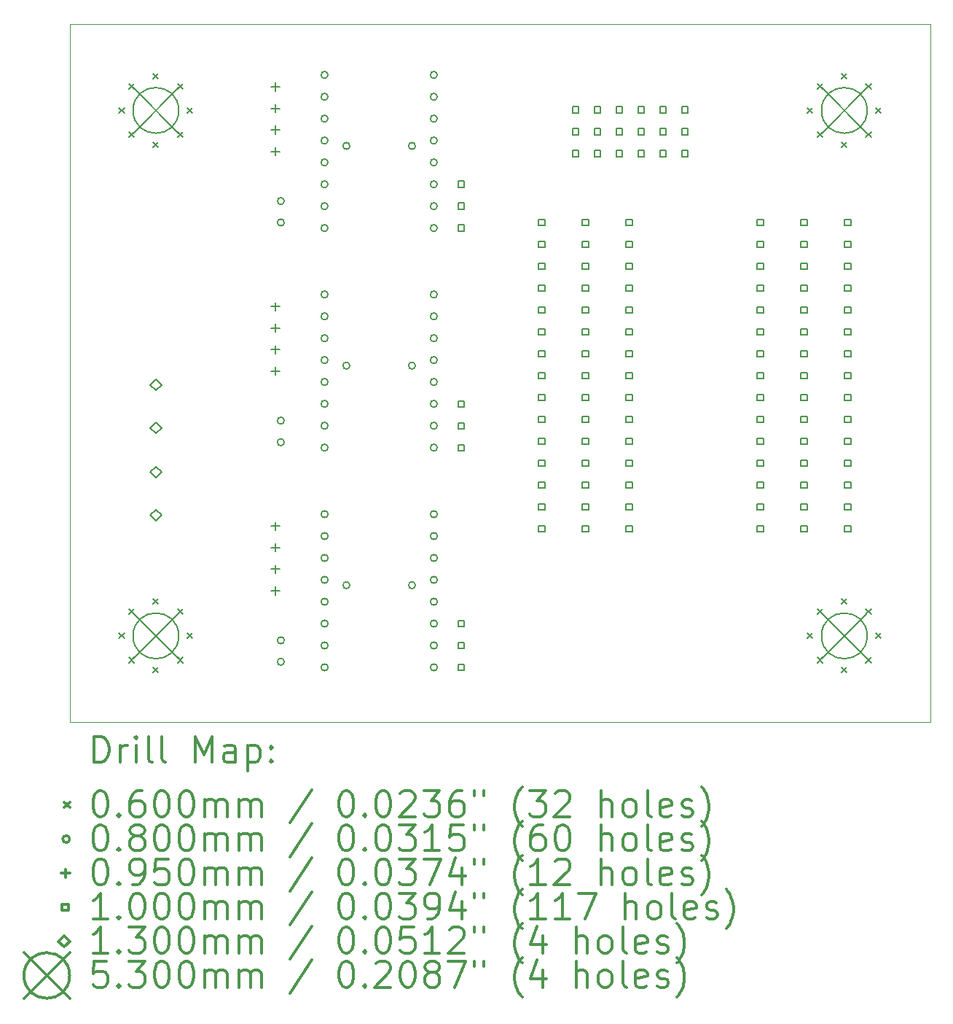
<source format=gbr>
%FSLAX45Y45*%
G04 Gerber Fmt 4.5, Leading zero omitted, Abs format (unit mm)*
G04 Created by KiCad (PCBNEW 5.1.10) date 2021-06-04 18:55:48*
%MOMM*%
%LPD*%
G01*
G04 APERTURE LIST*
%TA.AperFunction,Profile*%
%ADD10C,0.050000*%
%TD*%
%ADD11C,0.200000*%
%ADD12C,0.300000*%
G04 APERTURE END LIST*
D10*
X21024000Y-5558000D02*
X11024000Y-5558000D01*
X11024000Y-5558000D02*
X11024000Y-13658000D01*
X11024000Y-13658000D02*
X21024000Y-13658000D01*
X21024000Y-13658000D02*
X21024000Y-5558000D01*
D11*
X11596500Y-6528000D02*
X11656500Y-6588000D01*
X11656500Y-6528000D02*
X11596500Y-6588000D01*
X11596500Y-12628000D02*
X11656500Y-12688000D01*
X11656500Y-12628000D02*
X11596500Y-12688000D01*
X11712925Y-6246925D02*
X11772925Y-6306925D01*
X11772925Y-6246925D02*
X11712925Y-6306925D01*
X11712925Y-6809075D02*
X11772925Y-6869075D01*
X11772925Y-6809075D02*
X11712925Y-6869075D01*
X11712925Y-12346925D02*
X11772925Y-12406925D01*
X11772925Y-12346925D02*
X11712925Y-12406925D01*
X11712925Y-12909075D02*
X11772925Y-12969075D01*
X11772925Y-12909075D02*
X11712925Y-12969075D01*
X11994000Y-6130500D02*
X12054000Y-6190500D01*
X12054000Y-6130500D02*
X11994000Y-6190500D01*
X11994000Y-6925500D02*
X12054000Y-6985500D01*
X12054000Y-6925500D02*
X11994000Y-6985500D01*
X11994000Y-12230500D02*
X12054000Y-12290500D01*
X12054000Y-12230500D02*
X11994000Y-12290500D01*
X11994000Y-13025500D02*
X12054000Y-13085500D01*
X12054000Y-13025500D02*
X11994000Y-13085500D01*
X12275075Y-6246925D02*
X12335075Y-6306925D01*
X12335075Y-6246925D02*
X12275075Y-6306925D01*
X12275075Y-6809075D02*
X12335075Y-6869075D01*
X12335075Y-6809075D02*
X12275075Y-6869075D01*
X12275075Y-12346925D02*
X12335075Y-12406925D01*
X12335075Y-12346925D02*
X12275075Y-12406925D01*
X12275075Y-12909075D02*
X12335075Y-12969075D01*
X12335075Y-12909075D02*
X12275075Y-12969075D01*
X12391500Y-6528000D02*
X12451500Y-6588000D01*
X12451500Y-6528000D02*
X12391500Y-6588000D01*
X12391500Y-12628000D02*
X12451500Y-12688000D01*
X12451500Y-12628000D02*
X12391500Y-12688000D01*
X19596500Y-6528000D02*
X19656500Y-6588000D01*
X19656500Y-6528000D02*
X19596500Y-6588000D01*
X19596500Y-12628000D02*
X19656500Y-12688000D01*
X19656500Y-12628000D02*
X19596500Y-12688000D01*
X19712925Y-6246925D02*
X19772925Y-6306925D01*
X19772925Y-6246925D02*
X19712925Y-6306925D01*
X19712925Y-6809075D02*
X19772925Y-6869075D01*
X19772925Y-6809075D02*
X19712925Y-6869075D01*
X19712925Y-12346925D02*
X19772925Y-12406925D01*
X19772925Y-12346925D02*
X19712925Y-12406925D01*
X19712925Y-12909075D02*
X19772925Y-12969075D01*
X19772925Y-12909075D02*
X19712925Y-12969075D01*
X19994000Y-6130500D02*
X20054000Y-6190500D01*
X20054000Y-6130500D02*
X19994000Y-6190500D01*
X19994000Y-6925500D02*
X20054000Y-6985500D01*
X20054000Y-6925500D02*
X19994000Y-6985500D01*
X19994000Y-12230500D02*
X20054000Y-12290500D01*
X20054000Y-12230500D02*
X19994000Y-12290500D01*
X19994000Y-13025500D02*
X20054000Y-13085500D01*
X20054000Y-13025500D02*
X19994000Y-13085500D01*
X20275075Y-6246925D02*
X20335075Y-6306925D01*
X20335075Y-6246925D02*
X20275075Y-6306925D01*
X20275075Y-6809075D02*
X20335075Y-6869075D01*
X20335075Y-6809075D02*
X20275075Y-6869075D01*
X20275075Y-12346925D02*
X20335075Y-12406925D01*
X20335075Y-12346925D02*
X20275075Y-12406925D01*
X20275075Y-12909075D02*
X20335075Y-12969075D01*
X20335075Y-12909075D02*
X20275075Y-12969075D01*
X20391500Y-6528000D02*
X20451500Y-6588000D01*
X20451500Y-6528000D02*
X20391500Y-6588000D01*
X20391500Y-12628000D02*
X20451500Y-12688000D01*
X20451500Y-12628000D02*
X20391500Y-12688000D01*
X13516000Y-7609500D02*
G75*
G03*
X13516000Y-7609500I-40000J0D01*
G01*
X13516000Y-7859500D02*
G75*
G03*
X13516000Y-7859500I-40000J0D01*
G01*
X13516000Y-10159500D02*
G75*
G03*
X13516000Y-10159500I-40000J0D01*
G01*
X13516000Y-10409500D02*
G75*
G03*
X13516000Y-10409500I-40000J0D01*
G01*
X13516000Y-12709500D02*
G75*
G03*
X13516000Y-12709500I-40000J0D01*
G01*
X13516000Y-12959500D02*
G75*
G03*
X13516000Y-12959500I-40000J0D01*
G01*
X14024000Y-6145000D02*
G75*
G03*
X14024000Y-6145000I-40000J0D01*
G01*
X14024000Y-6399000D02*
G75*
G03*
X14024000Y-6399000I-40000J0D01*
G01*
X14024000Y-6653000D02*
G75*
G03*
X14024000Y-6653000I-40000J0D01*
G01*
X14024000Y-6907000D02*
G75*
G03*
X14024000Y-6907000I-40000J0D01*
G01*
X14024000Y-7161000D02*
G75*
G03*
X14024000Y-7161000I-40000J0D01*
G01*
X14024000Y-7415000D02*
G75*
G03*
X14024000Y-7415000I-40000J0D01*
G01*
X14024000Y-7669000D02*
G75*
G03*
X14024000Y-7669000I-40000J0D01*
G01*
X14024000Y-7923000D02*
G75*
G03*
X14024000Y-7923000I-40000J0D01*
G01*
X14024000Y-8695000D02*
G75*
G03*
X14024000Y-8695000I-40000J0D01*
G01*
X14024000Y-8949000D02*
G75*
G03*
X14024000Y-8949000I-40000J0D01*
G01*
X14024000Y-9203000D02*
G75*
G03*
X14024000Y-9203000I-40000J0D01*
G01*
X14024000Y-9457000D02*
G75*
G03*
X14024000Y-9457000I-40000J0D01*
G01*
X14024000Y-9711000D02*
G75*
G03*
X14024000Y-9711000I-40000J0D01*
G01*
X14024000Y-9965000D02*
G75*
G03*
X14024000Y-9965000I-40000J0D01*
G01*
X14024000Y-10219000D02*
G75*
G03*
X14024000Y-10219000I-40000J0D01*
G01*
X14024000Y-10473000D02*
G75*
G03*
X14024000Y-10473000I-40000J0D01*
G01*
X14024000Y-11245000D02*
G75*
G03*
X14024000Y-11245000I-40000J0D01*
G01*
X14024000Y-11499000D02*
G75*
G03*
X14024000Y-11499000I-40000J0D01*
G01*
X14024000Y-11753000D02*
G75*
G03*
X14024000Y-11753000I-40000J0D01*
G01*
X14024000Y-12007000D02*
G75*
G03*
X14024000Y-12007000I-40000J0D01*
G01*
X14024000Y-12261000D02*
G75*
G03*
X14024000Y-12261000I-40000J0D01*
G01*
X14024000Y-12515000D02*
G75*
G03*
X14024000Y-12515000I-40000J0D01*
G01*
X14024000Y-12769000D02*
G75*
G03*
X14024000Y-12769000I-40000J0D01*
G01*
X14024000Y-13023000D02*
G75*
G03*
X14024000Y-13023000I-40000J0D01*
G01*
X14278000Y-6970500D02*
G75*
G03*
X14278000Y-6970500I-40000J0D01*
G01*
X14278000Y-9520500D02*
G75*
G03*
X14278000Y-9520500I-40000J0D01*
G01*
X14278000Y-12070500D02*
G75*
G03*
X14278000Y-12070500I-40000J0D01*
G01*
X15040000Y-6970500D02*
G75*
G03*
X15040000Y-6970500I-40000J0D01*
G01*
X15040000Y-9520500D02*
G75*
G03*
X15040000Y-9520500I-40000J0D01*
G01*
X15040000Y-12070500D02*
G75*
G03*
X15040000Y-12070500I-40000J0D01*
G01*
X15294000Y-6145000D02*
G75*
G03*
X15294000Y-6145000I-40000J0D01*
G01*
X15294000Y-6399000D02*
G75*
G03*
X15294000Y-6399000I-40000J0D01*
G01*
X15294000Y-6653000D02*
G75*
G03*
X15294000Y-6653000I-40000J0D01*
G01*
X15294000Y-6907000D02*
G75*
G03*
X15294000Y-6907000I-40000J0D01*
G01*
X15294000Y-7161000D02*
G75*
G03*
X15294000Y-7161000I-40000J0D01*
G01*
X15294000Y-7415000D02*
G75*
G03*
X15294000Y-7415000I-40000J0D01*
G01*
X15294000Y-7669000D02*
G75*
G03*
X15294000Y-7669000I-40000J0D01*
G01*
X15294000Y-7923000D02*
G75*
G03*
X15294000Y-7923000I-40000J0D01*
G01*
X15294000Y-8695000D02*
G75*
G03*
X15294000Y-8695000I-40000J0D01*
G01*
X15294000Y-8949000D02*
G75*
G03*
X15294000Y-8949000I-40000J0D01*
G01*
X15294000Y-9203000D02*
G75*
G03*
X15294000Y-9203000I-40000J0D01*
G01*
X15294000Y-9457000D02*
G75*
G03*
X15294000Y-9457000I-40000J0D01*
G01*
X15294000Y-9711000D02*
G75*
G03*
X15294000Y-9711000I-40000J0D01*
G01*
X15294000Y-9965000D02*
G75*
G03*
X15294000Y-9965000I-40000J0D01*
G01*
X15294000Y-10219000D02*
G75*
G03*
X15294000Y-10219000I-40000J0D01*
G01*
X15294000Y-10473000D02*
G75*
G03*
X15294000Y-10473000I-40000J0D01*
G01*
X15294000Y-11245000D02*
G75*
G03*
X15294000Y-11245000I-40000J0D01*
G01*
X15294000Y-11499000D02*
G75*
G03*
X15294000Y-11499000I-40000J0D01*
G01*
X15294000Y-11753000D02*
G75*
G03*
X15294000Y-11753000I-40000J0D01*
G01*
X15294000Y-12007000D02*
G75*
G03*
X15294000Y-12007000I-40000J0D01*
G01*
X15294000Y-12261000D02*
G75*
G03*
X15294000Y-12261000I-40000J0D01*
G01*
X15294000Y-12515000D02*
G75*
G03*
X15294000Y-12515000I-40000J0D01*
G01*
X15294000Y-12769000D02*
G75*
G03*
X15294000Y-12769000I-40000J0D01*
G01*
X15294000Y-13023000D02*
G75*
G03*
X15294000Y-13023000I-40000J0D01*
G01*
X13412500Y-6236500D02*
X13412500Y-6331500D01*
X13365000Y-6284000D02*
X13460000Y-6284000D01*
X13412500Y-6486500D02*
X13412500Y-6581500D01*
X13365000Y-6534000D02*
X13460000Y-6534000D01*
X13412500Y-6736500D02*
X13412500Y-6831500D01*
X13365000Y-6784000D02*
X13460000Y-6784000D01*
X13412500Y-6986500D02*
X13412500Y-7081500D01*
X13365000Y-7034000D02*
X13460000Y-7034000D01*
X13412500Y-8786500D02*
X13412500Y-8881500D01*
X13365000Y-8834000D02*
X13460000Y-8834000D01*
X13412500Y-9036500D02*
X13412500Y-9131500D01*
X13365000Y-9084000D02*
X13460000Y-9084000D01*
X13412500Y-9286500D02*
X13412500Y-9381500D01*
X13365000Y-9334000D02*
X13460000Y-9334000D01*
X13412500Y-9536500D02*
X13412500Y-9631500D01*
X13365000Y-9584000D02*
X13460000Y-9584000D01*
X13412500Y-11336500D02*
X13412500Y-11431500D01*
X13365000Y-11384000D02*
X13460000Y-11384000D01*
X13412500Y-11586500D02*
X13412500Y-11681500D01*
X13365000Y-11634000D02*
X13460000Y-11634000D01*
X13412500Y-11836500D02*
X13412500Y-11931500D01*
X13365000Y-11884000D02*
X13460000Y-11884000D01*
X13412500Y-12086500D02*
X13412500Y-12181500D01*
X13365000Y-12134000D02*
X13460000Y-12134000D01*
X15606856Y-7450356D02*
X15606856Y-7379644D01*
X15536144Y-7379644D01*
X15536144Y-7450356D01*
X15606856Y-7450356D01*
X15606856Y-7704356D02*
X15606856Y-7633644D01*
X15536144Y-7633644D01*
X15536144Y-7704356D01*
X15606856Y-7704356D01*
X15606856Y-7958356D02*
X15606856Y-7887644D01*
X15536144Y-7887644D01*
X15536144Y-7958356D01*
X15606856Y-7958356D01*
X15606856Y-10000356D02*
X15606856Y-9929644D01*
X15536144Y-9929644D01*
X15536144Y-10000356D01*
X15606856Y-10000356D01*
X15606856Y-10254356D02*
X15606856Y-10183644D01*
X15536144Y-10183644D01*
X15536144Y-10254356D01*
X15606856Y-10254356D01*
X15606856Y-10508356D02*
X15606856Y-10437644D01*
X15536144Y-10437644D01*
X15536144Y-10508356D01*
X15606856Y-10508356D01*
X15606856Y-12550356D02*
X15606856Y-12479644D01*
X15536144Y-12479644D01*
X15536144Y-12550356D01*
X15606856Y-12550356D01*
X15606856Y-12804356D02*
X15606856Y-12733644D01*
X15536144Y-12733644D01*
X15536144Y-12804356D01*
X15606856Y-12804356D01*
X15606856Y-13058356D02*
X15606856Y-12987644D01*
X15536144Y-12987644D01*
X15536144Y-13058356D01*
X15606856Y-13058356D01*
X16543356Y-7893356D02*
X16543356Y-7822644D01*
X16472644Y-7822644D01*
X16472644Y-7893356D01*
X16543356Y-7893356D01*
X16543356Y-8147356D02*
X16543356Y-8076644D01*
X16472644Y-8076644D01*
X16472644Y-8147356D01*
X16543356Y-8147356D01*
X16543356Y-8401356D02*
X16543356Y-8330644D01*
X16472644Y-8330644D01*
X16472644Y-8401356D01*
X16543356Y-8401356D01*
X16543356Y-8655356D02*
X16543356Y-8584644D01*
X16472644Y-8584644D01*
X16472644Y-8655356D01*
X16543356Y-8655356D01*
X16543356Y-8909356D02*
X16543356Y-8838644D01*
X16472644Y-8838644D01*
X16472644Y-8909356D01*
X16543356Y-8909356D01*
X16543356Y-9163356D02*
X16543356Y-9092644D01*
X16472644Y-9092644D01*
X16472644Y-9163356D01*
X16543356Y-9163356D01*
X16543356Y-9417356D02*
X16543356Y-9346644D01*
X16472644Y-9346644D01*
X16472644Y-9417356D01*
X16543356Y-9417356D01*
X16543356Y-9671356D02*
X16543356Y-9600644D01*
X16472644Y-9600644D01*
X16472644Y-9671356D01*
X16543356Y-9671356D01*
X16543356Y-9925356D02*
X16543356Y-9854644D01*
X16472644Y-9854644D01*
X16472644Y-9925356D01*
X16543356Y-9925356D01*
X16543356Y-10179356D02*
X16543356Y-10108644D01*
X16472644Y-10108644D01*
X16472644Y-10179356D01*
X16543356Y-10179356D01*
X16543356Y-10433356D02*
X16543356Y-10362644D01*
X16472644Y-10362644D01*
X16472644Y-10433356D01*
X16543356Y-10433356D01*
X16543356Y-10687356D02*
X16543356Y-10616644D01*
X16472644Y-10616644D01*
X16472644Y-10687356D01*
X16543356Y-10687356D01*
X16543356Y-10941356D02*
X16543356Y-10870644D01*
X16472644Y-10870644D01*
X16472644Y-10941356D01*
X16543356Y-10941356D01*
X16543356Y-11195356D02*
X16543356Y-11124644D01*
X16472644Y-11124644D01*
X16472644Y-11195356D01*
X16543356Y-11195356D01*
X16543356Y-11449356D02*
X16543356Y-11378644D01*
X16472644Y-11378644D01*
X16472644Y-11449356D01*
X16543356Y-11449356D01*
X16939356Y-6585356D02*
X16939356Y-6514644D01*
X16868644Y-6514644D01*
X16868644Y-6585356D01*
X16939356Y-6585356D01*
X16939356Y-6839356D02*
X16939356Y-6768644D01*
X16868644Y-6768644D01*
X16868644Y-6839356D01*
X16939356Y-6839356D01*
X16939356Y-7093356D02*
X16939356Y-7022644D01*
X16868644Y-7022644D01*
X16868644Y-7093356D01*
X16939356Y-7093356D01*
X17051356Y-7893356D02*
X17051356Y-7822644D01*
X16980644Y-7822644D01*
X16980644Y-7893356D01*
X17051356Y-7893356D01*
X17051356Y-8147356D02*
X17051356Y-8076644D01*
X16980644Y-8076644D01*
X16980644Y-8147356D01*
X17051356Y-8147356D01*
X17051356Y-8401356D02*
X17051356Y-8330644D01*
X16980644Y-8330644D01*
X16980644Y-8401356D01*
X17051356Y-8401356D01*
X17051356Y-8655356D02*
X17051356Y-8584644D01*
X16980644Y-8584644D01*
X16980644Y-8655356D01*
X17051356Y-8655356D01*
X17051356Y-8909356D02*
X17051356Y-8838644D01*
X16980644Y-8838644D01*
X16980644Y-8909356D01*
X17051356Y-8909356D01*
X17051356Y-9163356D02*
X17051356Y-9092644D01*
X16980644Y-9092644D01*
X16980644Y-9163356D01*
X17051356Y-9163356D01*
X17051356Y-9417356D02*
X17051356Y-9346644D01*
X16980644Y-9346644D01*
X16980644Y-9417356D01*
X17051356Y-9417356D01*
X17051356Y-9671356D02*
X17051356Y-9600644D01*
X16980644Y-9600644D01*
X16980644Y-9671356D01*
X17051356Y-9671356D01*
X17051356Y-9925356D02*
X17051356Y-9854644D01*
X16980644Y-9854644D01*
X16980644Y-9925356D01*
X17051356Y-9925356D01*
X17051356Y-10179356D02*
X17051356Y-10108644D01*
X16980644Y-10108644D01*
X16980644Y-10179356D01*
X17051356Y-10179356D01*
X17051356Y-10433356D02*
X17051356Y-10362644D01*
X16980644Y-10362644D01*
X16980644Y-10433356D01*
X17051356Y-10433356D01*
X17051356Y-10687356D02*
X17051356Y-10616644D01*
X16980644Y-10616644D01*
X16980644Y-10687356D01*
X17051356Y-10687356D01*
X17051356Y-10941356D02*
X17051356Y-10870644D01*
X16980644Y-10870644D01*
X16980644Y-10941356D01*
X17051356Y-10941356D01*
X17051356Y-11195356D02*
X17051356Y-11124644D01*
X16980644Y-11124644D01*
X16980644Y-11195356D01*
X17051356Y-11195356D01*
X17051356Y-11449356D02*
X17051356Y-11378644D01*
X16980644Y-11378644D01*
X16980644Y-11449356D01*
X17051356Y-11449356D01*
X17193356Y-6585356D02*
X17193356Y-6514644D01*
X17122644Y-6514644D01*
X17122644Y-6585356D01*
X17193356Y-6585356D01*
X17193356Y-6839356D02*
X17193356Y-6768644D01*
X17122644Y-6768644D01*
X17122644Y-6839356D01*
X17193356Y-6839356D01*
X17193356Y-7093356D02*
X17193356Y-7022644D01*
X17122644Y-7022644D01*
X17122644Y-7093356D01*
X17193356Y-7093356D01*
X17447356Y-6585356D02*
X17447356Y-6514644D01*
X17376644Y-6514644D01*
X17376644Y-6585356D01*
X17447356Y-6585356D01*
X17447356Y-6839356D02*
X17447356Y-6768644D01*
X17376644Y-6768644D01*
X17376644Y-6839356D01*
X17447356Y-6839356D01*
X17447356Y-7093356D02*
X17447356Y-7022644D01*
X17376644Y-7022644D01*
X17376644Y-7093356D01*
X17447356Y-7093356D01*
X17559356Y-7893356D02*
X17559356Y-7822644D01*
X17488644Y-7822644D01*
X17488644Y-7893356D01*
X17559356Y-7893356D01*
X17559356Y-8147356D02*
X17559356Y-8076644D01*
X17488644Y-8076644D01*
X17488644Y-8147356D01*
X17559356Y-8147356D01*
X17559356Y-8401356D02*
X17559356Y-8330644D01*
X17488644Y-8330644D01*
X17488644Y-8401356D01*
X17559356Y-8401356D01*
X17559356Y-8655356D02*
X17559356Y-8584644D01*
X17488644Y-8584644D01*
X17488644Y-8655356D01*
X17559356Y-8655356D01*
X17559356Y-8909356D02*
X17559356Y-8838644D01*
X17488644Y-8838644D01*
X17488644Y-8909356D01*
X17559356Y-8909356D01*
X17559356Y-9163356D02*
X17559356Y-9092644D01*
X17488644Y-9092644D01*
X17488644Y-9163356D01*
X17559356Y-9163356D01*
X17559356Y-9417356D02*
X17559356Y-9346644D01*
X17488644Y-9346644D01*
X17488644Y-9417356D01*
X17559356Y-9417356D01*
X17559356Y-9671356D02*
X17559356Y-9600644D01*
X17488644Y-9600644D01*
X17488644Y-9671356D01*
X17559356Y-9671356D01*
X17559356Y-9925356D02*
X17559356Y-9854644D01*
X17488644Y-9854644D01*
X17488644Y-9925356D01*
X17559356Y-9925356D01*
X17559356Y-10179356D02*
X17559356Y-10108644D01*
X17488644Y-10108644D01*
X17488644Y-10179356D01*
X17559356Y-10179356D01*
X17559356Y-10433356D02*
X17559356Y-10362644D01*
X17488644Y-10362644D01*
X17488644Y-10433356D01*
X17559356Y-10433356D01*
X17559356Y-10687356D02*
X17559356Y-10616644D01*
X17488644Y-10616644D01*
X17488644Y-10687356D01*
X17559356Y-10687356D01*
X17559356Y-10941356D02*
X17559356Y-10870644D01*
X17488644Y-10870644D01*
X17488644Y-10941356D01*
X17559356Y-10941356D01*
X17559356Y-11195356D02*
X17559356Y-11124644D01*
X17488644Y-11124644D01*
X17488644Y-11195356D01*
X17559356Y-11195356D01*
X17559356Y-11449356D02*
X17559356Y-11378644D01*
X17488644Y-11378644D01*
X17488644Y-11449356D01*
X17559356Y-11449356D01*
X17701356Y-6585356D02*
X17701356Y-6514644D01*
X17630644Y-6514644D01*
X17630644Y-6585356D01*
X17701356Y-6585356D01*
X17701356Y-6839356D02*
X17701356Y-6768644D01*
X17630644Y-6768644D01*
X17630644Y-6839356D01*
X17701356Y-6839356D01*
X17701356Y-7093356D02*
X17701356Y-7022644D01*
X17630644Y-7022644D01*
X17630644Y-7093356D01*
X17701356Y-7093356D01*
X17955356Y-6585356D02*
X17955356Y-6514644D01*
X17884644Y-6514644D01*
X17884644Y-6585356D01*
X17955356Y-6585356D01*
X17955356Y-6839356D02*
X17955356Y-6768644D01*
X17884644Y-6768644D01*
X17884644Y-6839356D01*
X17955356Y-6839356D01*
X17955356Y-7093356D02*
X17955356Y-7022644D01*
X17884644Y-7022644D01*
X17884644Y-7093356D01*
X17955356Y-7093356D01*
X18209356Y-6585356D02*
X18209356Y-6514644D01*
X18138644Y-6514644D01*
X18138644Y-6585356D01*
X18209356Y-6585356D01*
X18209356Y-6839356D02*
X18209356Y-6768644D01*
X18138644Y-6768644D01*
X18138644Y-6839356D01*
X18209356Y-6839356D01*
X18209356Y-7093356D02*
X18209356Y-7022644D01*
X18138644Y-7022644D01*
X18138644Y-7093356D01*
X18209356Y-7093356D01*
X19083356Y-7893356D02*
X19083356Y-7822644D01*
X19012644Y-7822644D01*
X19012644Y-7893356D01*
X19083356Y-7893356D01*
X19083356Y-8147356D02*
X19083356Y-8076644D01*
X19012644Y-8076644D01*
X19012644Y-8147356D01*
X19083356Y-8147356D01*
X19083356Y-8401356D02*
X19083356Y-8330644D01*
X19012644Y-8330644D01*
X19012644Y-8401356D01*
X19083356Y-8401356D01*
X19083356Y-8655356D02*
X19083356Y-8584644D01*
X19012644Y-8584644D01*
X19012644Y-8655356D01*
X19083356Y-8655356D01*
X19083356Y-8909356D02*
X19083356Y-8838644D01*
X19012644Y-8838644D01*
X19012644Y-8909356D01*
X19083356Y-8909356D01*
X19083356Y-9163356D02*
X19083356Y-9092644D01*
X19012644Y-9092644D01*
X19012644Y-9163356D01*
X19083356Y-9163356D01*
X19083356Y-9417356D02*
X19083356Y-9346644D01*
X19012644Y-9346644D01*
X19012644Y-9417356D01*
X19083356Y-9417356D01*
X19083356Y-9671356D02*
X19083356Y-9600644D01*
X19012644Y-9600644D01*
X19012644Y-9671356D01*
X19083356Y-9671356D01*
X19083356Y-9925356D02*
X19083356Y-9854644D01*
X19012644Y-9854644D01*
X19012644Y-9925356D01*
X19083356Y-9925356D01*
X19083356Y-10179356D02*
X19083356Y-10108644D01*
X19012644Y-10108644D01*
X19012644Y-10179356D01*
X19083356Y-10179356D01*
X19083356Y-10433356D02*
X19083356Y-10362644D01*
X19012644Y-10362644D01*
X19012644Y-10433356D01*
X19083356Y-10433356D01*
X19083356Y-10687356D02*
X19083356Y-10616644D01*
X19012644Y-10616644D01*
X19012644Y-10687356D01*
X19083356Y-10687356D01*
X19083356Y-10941356D02*
X19083356Y-10870644D01*
X19012644Y-10870644D01*
X19012644Y-10941356D01*
X19083356Y-10941356D01*
X19083356Y-11195356D02*
X19083356Y-11124644D01*
X19012644Y-11124644D01*
X19012644Y-11195356D01*
X19083356Y-11195356D01*
X19083356Y-11449356D02*
X19083356Y-11378644D01*
X19012644Y-11378644D01*
X19012644Y-11449356D01*
X19083356Y-11449356D01*
X19591356Y-7893356D02*
X19591356Y-7822644D01*
X19520644Y-7822644D01*
X19520644Y-7893356D01*
X19591356Y-7893356D01*
X19591356Y-8147356D02*
X19591356Y-8076644D01*
X19520644Y-8076644D01*
X19520644Y-8147356D01*
X19591356Y-8147356D01*
X19591356Y-8401356D02*
X19591356Y-8330644D01*
X19520644Y-8330644D01*
X19520644Y-8401356D01*
X19591356Y-8401356D01*
X19591356Y-8655356D02*
X19591356Y-8584644D01*
X19520644Y-8584644D01*
X19520644Y-8655356D01*
X19591356Y-8655356D01*
X19591356Y-8909356D02*
X19591356Y-8838644D01*
X19520644Y-8838644D01*
X19520644Y-8909356D01*
X19591356Y-8909356D01*
X19591356Y-9163356D02*
X19591356Y-9092644D01*
X19520644Y-9092644D01*
X19520644Y-9163356D01*
X19591356Y-9163356D01*
X19591356Y-9417356D02*
X19591356Y-9346644D01*
X19520644Y-9346644D01*
X19520644Y-9417356D01*
X19591356Y-9417356D01*
X19591356Y-9671356D02*
X19591356Y-9600644D01*
X19520644Y-9600644D01*
X19520644Y-9671356D01*
X19591356Y-9671356D01*
X19591356Y-9925356D02*
X19591356Y-9854644D01*
X19520644Y-9854644D01*
X19520644Y-9925356D01*
X19591356Y-9925356D01*
X19591356Y-10179356D02*
X19591356Y-10108644D01*
X19520644Y-10108644D01*
X19520644Y-10179356D01*
X19591356Y-10179356D01*
X19591356Y-10433356D02*
X19591356Y-10362644D01*
X19520644Y-10362644D01*
X19520644Y-10433356D01*
X19591356Y-10433356D01*
X19591356Y-10687356D02*
X19591356Y-10616644D01*
X19520644Y-10616644D01*
X19520644Y-10687356D01*
X19591356Y-10687356D01*
X19591356Y-10941356D02*
X19591356Y-10870644D01*
X19520644Y-10870644D01*
X19520644Y-10941356D01*
X19591356Y-10941356D01*
X19591356Y-11195356D02*
X19591356Y-11124644D01*
X19520644Y-11124644D01*
X19520644Y-11195356D01*
X19591356Y-11195356D01*
X19591356Y-11449356D02*
X19591356Y-11378644D01*
X19520644Y-11378644D01*
X19520644Y-11449356D01*
X19591356Y-11449356D01*
X20099356Y-7893356D02*
X20099356Y-7822644D01*
X20028644Y-7822644D01*
X20028644Y-7893356D01*
X20099356Y-7893356D01*
X20099356Y-8147356D02*
X20099356Y-8076644D01*
X20028644Y-8076644D01*
X20028644Y-8147356D01*
X20099356Y-8147356D01*
X20099356Y-8401356D02*
X20099356Y-8330644D01*
X20028644Y-8330644D01*
X20028644Y-8401356D01*
X20099356Y-8401356D01*
X20099356Y-8655356D02*
X20099356Y-8584644D01*
X20028644Y-8584644D01*
X20028644Y-8655356D01*
X20099356Y-8655356D01*
X20099356Y-8909356D02*
X20099356Y-8838644D01*
X20028644Y-8838644D01*
X20028644Y-8909356D01*
X20099356Y-8909356D01*
X20099356Y-9163356D02*
X20099356Y-9092644D01*
X20028644Y-9092644D01*
X20028644Y-9163356D01*
X20099356Y-9163356D01*
X20099356Y-9417356D02*
X20099356Y-9346644D01*
X20028644Y-9346644D01*
X20028644Y-9417356D01*
X20099356Y-9417356D01*
X20099356Y-9671356D02*
X20099356Y-9600644D01*
X20028644Y-9600644D01*
X20028644Y-9671356D01*
X20099356Y-9671356D01*
X20099356Y-9925356D02*
X20099356Y-9854644D01*
X20028644Y-9854644D01*
X20028644Y-9925356D01*
X20099356Y-9925356D01*
X20099356Y-10179356D02*
X20099356Y-10108644D01*
X20028644Y-10108644D01*
X20028644Y-10179356D01*
X20099356Y-10179356D01*
X20099356Y-10433356D02*
X20099356Y-10362644D01*
X20028644Y-10362644D01*
X20028644Y-10433356D01*
X20099356Y-10433356D01*
X20099356Y-10687356D02*
X20099356Y-10616644D01*
X20028644Y-10616644D01*
X20028644Y-10687356D01*
X20099356Y-10687356D01*
X20099356Y-10941356D02*
X20099356Y-10870644D01*
X20028644Y-10870644D01*
X20028644Y-10941356D01*
X20099356Y-10941356D01*
X20099356Y-11195356D02*
X20099356Y-11124644D01*
X20028644Y-11124644D01*
X20028644Y-11195356D01*
X20099356Y-11195356D01*
X20099356Y-11449356D02*
X20099356Y-11378644D01*
X20028644Y-11378644D01*
X20028644Y-11449356D01*
X20099356Y-11449356D01*
X12024000Y-9809500D02*
X12089000Y-9744500D01*
X12024000Y-9679500D01*
X11959000Y-9744500D01*
X12024000Y-9809500D01*
X12024000Y-10309500D02*
X12089000Y-10244500D01*
X12024000Y-10179500D01*
X11959000Y-10244500D01*
X12024000Y-10309500D01*
X12024000Y-10823000D02*
X12089000Y-10758000D01*
X12024000Y-10693000D01*
X11959000Y-10758000D01*
X12024000Y-10823000D01*
X12024000Y-11323000D02*
X12089000Y-11258000D01*
X12024000Y-11193000D01*
X11959000Y-11258000D01*
X12024000Y-11323000D01*
X11759000Y-6293000D02*
X12289000Y-6823000D01*
X12289000Y-6293000D02*
X11759000Y-6823000D01*
X12289000Y-6558000D02*
G75*
G03*
X12289000Y-6558000I-265000J0D01*
G01*
X11759000Y-12393000D02*
X12289000Y-12923000D01*
X12289000Y-12393000D02*
X11759000Y-12923000D01*
X12289000Y-12658000D02*
G75*
G03*
X12289000Y-12658000I-265000J0D01*
G01*
X19759000Y-6293000D02*
X20289000Y-6823000D01*
X20289000Y-6293000D02*
X19759000Y-6823000D01*
X20289000Y-6558000D02*
G75*
G03*
X20289000Y-6558000I-265000J0D01*
G01*
X19759000Y-12393000D02*
X20289000Y-12923000D01*
X20289000Y-12393000D02*
X19759000Y-12923000D01*
X20289000Y-12658000D02*
G75*
G03*
X20289000Y-12658000I-265000J0D01*
G01*
D12*
X11307928Y-14126214D02*
X11307928Y-13826214D01*
X11379357Y-13826214D01*
X11422214Y-13840500D01*
X11450786Y-13869071D01*
X11465071Y-13897643D01*
X11479357Y-13954786D01*
X11479357Y-13997643D01*
X11465071Y-14054786D01*
X11450786Y-14083357D01*
X11422214Y-14111929D01*
X11379357Y-14126214D01*
X11307928Y-14126214D01*
X11607928Y-14126214D02*
X11607928Y-13926214D01*
X11607928Y-13983357D02*
X11622214Y-13954786D01*
X11636500Y-13940500D01*
X11665071Y-13926214D01*
X11693643Y-13926214D01*
X11793643Y-14126214D02*
X11793643Y-13926214D01*
X11793643Y-13826214D02*
X11779357Y-13840500D01*
X11793643Y-13854786D01*
X11807928Y-13840500D01*
X11793643Y-13826214D01*
X11793643Y-13854786D01*
X11979357Y-14126214D02*
X11950786Y-14111929D01*
X11936500Y-14083357D01*
X11936500Y-13826214D01*
X12136500Y-14126214D02*
X12107928Y-14111929D01*
X12093643Y-14083357D01*
X12093643Y-13826214D01*
X12479357Y-14126214D02*
X12479357Y-13826214D01*
X12579357Y-14040500D01*
X12679357Y-13826214D01*
X12679357Y-14126214D01*
X12950786Y-14126214D02*
X12950786Y-13969071D01*
X12936500Y-13940500D01*
X12907928Y-13926214D01*
X12850786Y-13926214D01*
X12822214Y-13940500D01*
X12950786Y-14111929D02*
X12922214Y-14126214D01*
X12850786Y-14126214D01*
X12822214Y-14111929D01*
X12807928Y-14083357D01*
X12807928Y-14054786D01*
X12822214Y-14026214D01*
X12850786Y-14011929D01*
X12922214Y-14011929D01*
X12950786Y-13997643D01*
X13093643Y-13926214D02*
X13093643Y-14226214D01*
X13093643Y-13940500D02*
X13122214Y-13926214D01*
X13179357Y-13926214D01*
X13207928Y-13940500D01*
X13222214Y-13954786D01*
X13236500Y-13983357D01*
X13236500Y-14069071D01*
X13222214Y-14097643D01*
X13207928Y-14111929D01*
X13179357Y-14126214D01*
X13122214Y-14126214D01*
X13093643Y-14111929D01*
X13365071Y-14097643D02*
X13379357Y-14111929D01*
X13365071Y-14126214D01*
X13350786Y-14111929D01*
X13365071Y-14097643D01*
X13365071Y-14126214D01*
X13365071Y-13940500D02*
X13379357Y-13954786D01*
X13365071Y-13969071D01*
X13350786Y-13954786D01*
X13365071Y-13940500D01*
X13365071Y-13969071D01*
X10961500Y-14590500D02*
X11021500Y-14650500D01*
X11021500Y-14590500D02*
X10961500Y-14650500D01*
X11365071Y-14456214D02*
X11393643Y-14456214D01*
X11422214Y-14470500D01*
X11436500Y-14484786D01*
X11450786Y-14513357D01*
X11465071Y-14570500D01*
X11465071Y-14641929D01*
X11450786Y-14699071D01*
X11436500Y-14727643D01*
X11422214Y-14741929D01*
X11393643Y-14756214D01*
X11365071Y-14756214D01*
X11336500Y-14741929D01*
X11322214Y-14727643D01*
X11307928Y-14699071D01*
X11293643Y-14641929D01*
X11293643Y-14570500D01*
X11307928Y-14513357D01*
X11322214Y-14484786D01*
X11336500Y-14470500D01*
X11365071Y-14456214D01*
X11593643Y-14727643D02*
X11607928Y-14741929D01*
X11593643Y-14756214D01*
X11579357Y-14741929D01*
X11593643Y-14727643D01*
X11593643Y-14756214D01*
X11865071Y-14456214D02*
X11807928Y-14456214D01*
X11779357Y-14470500D01*
X11765071Y-14484786D01*
X11736500Y-14527643D01*
X11722214Y-14584786D01*
X11722214Y-14699071D01*
X11736500Y-14727643D01*
X11750786Y-14741929D01*
X11779357Y-14756214D01*
X11836500Y-14756214D01*
X11865071Y-14741929D01*
X11879357Y-14727643D01*
X11893643Y-14699071D01*
X11893643Y-14627643D01*
X11879357Y-14599071D01*
X11865071Y-14584786D01*
X11836500Y-14570500D01*
X11779357Y-14570500D01*
X11750786Y-14584786D01*
X11736500Y-14599071D01*
X11722214Y-14627643D01*
X12079357Y-14456214D02*
X12107928Y-14456214D01*
X12136500Y-14470500D01*
X12150786Y-14484786D01*
X12165071Y-14513357D01*
X12179357Y-14570500D01*
X12179357Y-14641929D01*
X12165071Y-14699071D01*
X12150786Y-14727643D01*
X12136500Y-14741929D01*
X12107928Y-14756214D01*
X12079357Y-14756214D01*
X12050786Y-14741929D01*
X12036500Y-14727643D01*
X12022214Y-14699071D01*
X12007928Y-14641929D01*
X12007928Y-14570500D01*
X12022214Y-14513357D01*
X12036500Y-14484786D01*
X12050786Y-14470500D01*
X12079357Y-14456214D01*
X12365071Y-14456214D02*
X12393643Y-14456214D01*
X12422214Y-14470500D01*
X12436500Y-14484786D01*
X12450786Y-14513357D01*
X12465071Y-14570500D01*
X12465071Y-14641929D01*
X12450786Y-14699071D01*
X12436500Y-14727643D01*
X12422214Y-14741929D01*
X12393643Y-14756214D01*
X12365071Y-14756214D01*
X12336500Y-14741929D01*
X12322214Y-14727643D01*
X12307928Y-14699071D01*
X12293643Y-14641929D01*
X12293643Y-14570500D01*
X12307928Y-14513357D01*
X12322214Y-14484786D01*
X12336500Y-14470500D01*
X12365071Y-14456214D01*
X12593643Y-14756214D02*
X12593643Y-14556214D01*
X12593643Y-14584786D02*
X12607928Y-14570500D01*
X12636500Y-14556214D01*
X12679357Y-14556214D01*
X12707928Y-14570500D01*
X12722214Y-14599071D01*
X12722214Y-14756214D01*
X12722214Y-14599071D02*
X12736500Y-14570500D01*
X12765071Y-14556214D01*
X12807928Y-14556214D01*
X12836500Y-14570500D01*
X12850786Y-14599071D01*
X12850786Y-14756214D01*
X12993643Y-14756214D02*
X12993643Y-14556214D01*
X12993643Y-14584786D02*
X13007928Y-14570500D01*
X13036500Y-14556214D01*
X13079357Y-14556214D01*
X13107928Y-14570500D01*
X13122214Y-14599071D01*
X13122214Y-14756214D01*
X13122214Y-14599071D02*
X13136500Y-14570500D01*
X13165071Y-14556214D01*
X13207928Y-14556214D01*
X13236500Y-14570500D01*
X13250786Y-14599071D01*
X13250786Y-14756214D01*
X13836500Y-14441929D02*
X13579357Y-14827643D01*
X14222214Y-14456214D02*
X14250786Y-14456214D01*
X14279357Y-14470500D01*
X14293643Y-14484786D01*
X14307928Y-14513357D01*
X14322214Y-14570500D01*
X14322214Y-14641929D01*
X14307928Y-14699071D01*
X14293643Y-14727643D01*
X14279357Y-14741929D01*
X14250786Y-14756214D01*
X14222214Y-14756214D01*
X14193643Y-14741929D01*
X14179357Y-14727643D01*
X14165071Y-14699071D01*
X14150786Y-14641929D01*
X14150786Y-14570500D01*
X14165071Y-14513357D01*
X14179357Y-14484786D01*
X14193643Y-14470500D01*
X14222214Y-14456214D01*
X14450786Y-14727643D02*
X14465071Y-14741929D01*
X14450786Y-14756214D01*
X14436500Y-14741929D01*
X14450786Y-14727643D01*
X14450786Y-14756214D01*
X14650786Y-14456214D02*
X14679357Y-14456214D01*
X14707928Y-14470500D01*
X14722214Y-14484786D01*
X14736500Y-14513357D01*
X14750786Y-14570500D01*
X14750786Y-14641929D01*
X14736500Y-14699071D01*
X14722214Y-14727643D01*
X14707928Y-14741929D01*
X14679357Y-14756214D01*
X14650786Y-14756214D01*
X14622214Y-14741929D01*
X14607928Y-14727643D01*
X14593643Y-14699071D01*
X14579357Y-14641929D01*
X14579357Y-14570500D01*
X14593643Y-14513357D01*
X14607928Y-14484786D01*
X14622214Y-14470500D01*
X14650786Y-14456214D01*
X14865071Y-14484786D02*
X14879357Y-14470500D01*
X14907928Y-14456214D01*
X14979357Y-14456214D01*
X15007928Y-14470500D01*
X15022214Y-14484786D01*
X15036500Y-14513357D01*
X15036500Y-14541929D01*
X15022214Y-14584786D01*
X14850786Y-14756214D01*
X15036500Y-14756214D01*
X15136500Y-14456214D02*
X15322214Y-14456214D01*
X15222214Y-14570500D01*
X15265071Y-14570500D01*
X15293643Y-14584786D01*
X15307928Y-14599071D01*
X15322214Y-14627643D01*
X15322214Y-14699071D01*
X15307928Y-14727643D01*
X15293643Y-14741929D01*
X15265071Y-14756214D01*
X15179357Y-14756214D01*
X15150786Y-14741929D01*
X15136500Y-14727643D01*
X15579357Y-14456214D02*
X15522214Y-14456214D01*
X15493643Y-14470500D01*
X15479357Y-14484786D01*
X15450786Y-14527643D01*
X15436500Y-14584786D01*
X15436500Y-14699071D01*
X15450786Y-14727643D01*
X15465071Y-14741929D01*
X15493643Y-14756214D01*
X15550786Y-14756214D01*
X15579357Y-14741929D01*
X15593643Y-14727643D01*
X15607928Y-14699071D01*
X15607928Y-14627643D01*
X15593643Y-14599071D01*
X15579357Y-14584786D01*
X15550786Y-14570500D01*
X15493643Y-14570500D01*
X15465071Y-14584786D01*
X15450786Y-14599071D01*
X15436500Y-14627643D01*
X15722214Y-14456214D02*
X15722214Y-14513357D01*
X15836500Y-14456214D02*
X15836500Y-14513357D01*
X16279357Y-14870500D02*
X16265071Y-14856214D01*
X16236500Y-14813357D01*
X16222214Y-14784786D01*
X16207928Y-14741929D01*
X16193643Y-14670500D01*
X16193643Y-14613357D01*
X16207928Y-14541929D01*
X16222214Y-14499071D01*
X16236500Y-14470500D01*
X16265071Y-14427643D01*
X16279357Y-14413357D01*
X16365071Y-14456214D02*
X16550786Y-14456214D01*
X16450786Y-14570500D01*
X16493643Y-14570500D01*
X16522214Y-14584786D01*
X16536500Y-14599071D01*
X16550786Y-14627643D01*
X16550786Y-14699071D01*
X16536500Y-14727643D01*
X16522214Y-14741929D01*
X16493643Y-14756214D01*
X16407928Y-14756214D01*
X16379357Y-14741929D01*
X16365071Y-14727643D01*
X16665071Y-14484786D02*
X16679357Y-14470500D01*
X16707928Y-14456214D01*
X16779357Y-14456214D01*
X16807928Y-14470500D01*
X16822214Y-14484786D01*
X16836500Y-14513357D01*
X16836500Y-14541929D01*
X16822214Y-14584786D01*
X16650786Y-14756214D01*
X16836500Y-14756214D01*
X17193643Y-14756214D02*
X17193643Y-14456214D01*
X17322214Y-14756214D02*
X17322214Y-14599071D01*
X17307928Y-14570500D01*
X17279357Y-14556214D01*
X17236500Y-14556214D01*
X17207928Y-14570500D01*
X17193643Y-14584786D01*
X17507928Y-14756214D02*
X17479357Y-14741929D01*
X17465071Y-14727643D01*
X17450786Y-14699071D01*
X17450786Y-14613357D01*
X17465071Y-14584786D01*
X17479357Y-14570500D01*
X17507928Y-14556214D01*
X17550786Y-14556214D01*
X17579357Y-14570500D01*
X17593643Y-14584786D01*
X17607928Y-14613357D01*
X17607928Y-14699071D01*
X17593643Y-14727643D01*
X17579357Y-14741929D01*
X17550786Y-14756214D01*
X17507928Y-14756214D01*
X17779357Y-14756214D02*
X17750786Y-14741929D01*
X17736500Y-14713357D01*
X17736500Y-14456214D01*
X18007928Y-14741929D02*
X17979357Y-14756214D01*
X17922214Y-14756214D01*
X17893643Y-14741929D01*
X17879357Y-14713357D01*
X17879357Y-14599071D01*
X17893643Y-14570500D01*
X17922214Y-14556214D01*
X17979357Y-14556214D01*
X18007928Y-14570500D01*
X18022214Y-14599071D01*
X18022214Y-14627643D01*
X17879357Y-14656214D01*
X18136500Y-14741929D02*
X18165071Y-14756214D01*
X18222214Y-14756214D01*
X18250786Y-14741929D01*
X18265071Y-14713357D01*
X18265071Y-14699071D01*
X18250786Y-14670500D01*
X18222214Y-14656214D01*
X18179357Y-14656214D01*
X18150786Y-14641929D01*
X18136500Y-14613357D01*
X18136500Y-14599071D01*
X18150786Y-14570500D01*
X18179357Y-14556214D01*
X18222214Y-14556214D01*
X18250786Y-14570500D01*
X18365071Y-14870500D02*
X18379357Y-14856214D01*
X18407928Y-14813357D01*
X18422214Y-14784786D01*
X18436500Y-14741929D01*
X18450786Y-14670500D01*
X18450786Y-14613357D01*
X18436500Y-14541929D01*
X18422214Y-14499071D01*
X18407928Y-14470500D01*
X18379357Y-14427643D01*
X18365071Y-14413357D01*
X11021500Y-15016500D02*
G75*
G03*
X11021500Y-15016500I-40000J0D01*
G01*
X11365071Y-14852214D02*
X11393643Y-14852214D01*
X11422214Y-14866500D01*
X11436500Y-14880786D01*
X11450786Y-14909357D01*
X11465071Y-14966500D01*
X11465071Y-15037929D01*
X11450786Y-15095071D01*
X11436500Y-15123643D01*
X11422214Y-15137929D01*
X11393643Y-15152214D01*
X11365071Y-15152214D01*
X11336500Y-15137929D01*
X11322214Y-15123643D01*
X11307928Y-15095071D01*
X11293643Y-15037929D01*
X11293643Y-14966500D01*
X11307928Y-14909357D01*
X11322214Y-14880786D01*
X11336500Y-14866500D01*
X11365071Y-14852214D01*
X11593643Y-15123643D02*
X11607928Y-15137929D01*
X11593643Y-15152214D01*
X11579357Y-15137929D01*
X11593643Y-15123643D01*
X11593643Y-15152214D01*
X11779357Y-14980786D02*
X11750786Y-14966500D01*
X11736500Y-14952214D01*
X11722214Y-14923643D01*
X11722214Y-14909357D01*
X11736500Y-14880786D01*
X11750786Y-14866500D01*
X11779357Y-14852214D01*
X11836500Y-14852214D01*
X11865071Y-14866500D01*
X11879357Y-14880786D01*
X11893643Y-14909357D01*
X11893643Y-14923643D01*
X11879357Y-14952214D01*
X11865071Y-14966500D01*
X11836500Y-14980786D01*
X11779357Y-14980786D01*
X11750786Y-14995071D01*
X11736500Y-15009357D01*
X11722214Y-15037929D01*
X11722214Y-15095071D01*
X11736500Y-15123643D01*
X11750786Y-15137929D01*
X11779357Y-15152214D01*
X11836500Y-15152214D01*
X11865071Y-15137929D01*
X11879357Y-15123643D01*
X11893643Y-15095071D01*
X11893643Y-15037929D01*
X11879357Y-15009357D01*
X11865071Y-14995071D01*
X11836500Y-14980786D01*
X12079357Y-14852214D02*
X12107928Y-14852214D01*
X12136500Y-14866500D01*
X12150786Y-14880786D01*
X12165071Y-14909357D01*
X12179357Y-14966500D01*
X12179357Y-15037929D01*
X12165071Y-15095071D01*
X12150786Y-15123643D01*
X12136500Y-15137929D01*
X12107928Y-15152214D01*
X12079357Y-15152214D01*
X12050786Y-15137929D01*
X12036500Y-15123643D01*
X12022214Y-15095071D01*
X12007928Y-15037929D01*
X12007928Y-14966500D01*
X12022214Y-14909357D01*
X12036500Y-14880786D01*
X12050786Y-14866500D01*
X12079357Y-14852214D01*
X12365071Y-14852214D02*
X12393643Y-14852214D01*
X12422214Y-14866500D01*
X12436500Y-14880786D01*
X12450786Y-14909357D01*
X12465071Y-14966500D01*
X12465071Y-15037929D01*
X12450786Y-15095071D01*
X12436500Y-15123643D01*
X12422214Y-15137929D01*
X12393643Y-15152214D01*
X12365071Y-15152214D01*
X12336500Y-15137929D01*
X12322214Y-15123643D01*
X12307928Y-15095071D01*
X12293643Y-15037929D01*
X12293643Y-14966500D01*
X12307928Y-14909357D01*
X12322214Y-14880786D01*
X12336500Y-14866500D01*
X12365071Y-14852214D01*
X12593643Y-15152214D02*
X12593643Y-14952214D01*
X12593643Y-14980786D02*
X12607928Y-14966500D01*
X12636500Y-14952214D01*
X12679357Y-14952214D01*
X12707928Y-14966500D01*
X12722214Y-14995071D01*
X12722214Y-15152214D01*
X12722214Y-14995071D02*
X12736500Y-14966500D01*
X12765071Y-14952214D01*
X12807928Y-14952214D01*
X12836500Y-14966500D01*
X12850786Y-14995071D01*
X12850786Y-15152214D01*
X12993643Y-15152214D02*
X12993643Y-14952214D01*
X12993643Y-14980786D02*
X13007928Y-14966500D01*
X13036500Y-14952214D01*
X13079357Y-14952214D01*
X13107928Y-14966500D01*
X13122214Y-14995071D01*
X13122214Y-15152214D01*
X13122214Y-14995071D02*
X13136500Y-14966500D01*
X13165071Y-14952214D01*
X13207928Y-14952214D01*
X13236500Y-14966500D01*
X13250786Y-14995071D01*
X13250786Y-15152214D01*
X13836500Y-14837929D02*
X13579357Y-15223643D01*
X14222214Y-14852214D02*
X14250786Y-14852214D01*
X14279357Y-14866500D01*
X14293643Y-14880786D01*
X14307928Y-14909357D01*
X14322214Y-14966500D01*
X14322214Y-15037929D01*
X14307928Y-15095071D01*
X14293643Y-15123643D01*
X14279357Y-15137929D01*
X14250786Y-15152214D01*
X14222214Y-15152214D01*
X14193643Y-15137929D01*
X14179357Y-15123643D01*
X14165071Y-15095071D01*
X14150786Y-15037929D01*
X14150786Y-14966500D01*
X14165071Y-14909357D01*
X14179357Y-14880786D01*
X14193643Y-14866500D01*
X14222214Y-14852214D01*
X14450786Y-15123643D02*
X14465071Y-15137929D01*
X14450786Y-15152214D01*
X14436500Y-15137929D01*
X14450786Y-15123643D01*
X14450786Y-15152214D01*
X14650786Y-14852214D02*
X14679357Y-14852214D01*
X14707928Y-14866500D01*
X14722214Y-14880786D01*
X14736500Y-14909357D01*
X14750786Y-14966500D01*
X14750786Y-15037929D01*
X14736500Y-15095071D01*
X14722214Y-15123643D01*
X14707928Y-15137929D01*
X14679357Y-15152214D01*
X14650786Y-15152214D01*
X14622214Y-15137929D01*
X14607928Y-15123643D01*
X14593643Y-15095071D01*
X14579357Y-15037929D01*
X14579357Y-14966500D01*
X14593643Y-14909357D01*
X14607928Y-14880786D01*
X14622214Y-14866500D01*
X14650786Y-14852214D01*
X14850786Y-14852214D02*
X15036500Y-14852214D01*
X14936500Y-14966500D01*
X14979357Y-14966500D01*
X15007928Y-14980786D01*
X15022214Y-14995071D01*
X15036500Y-15023643D01*
X15036500Y-15095071D01*
X15022214Y-15123643D01*
X15007928Y-15137929D01*
X14979357Y-15152214D01*
X14893643Y-15152214D01*
X14865071Y-15137929D01*
X14850786Y-15123643D01*
X15322214Y-15152214D02*
X15150786Y-15152214D01*
X15236500Y-15152214D02*
X15236500Y-14852214D01*
X15207928Y-14895071D01*
X15179357Y-14923643D01*
X15150786Y-14937929D01*
X15593643Y-14852214D02*
X15450786Y-14852214D01*
X15436500Y-14995071D01*
X15450786Y-14980786D01*
X15479357Y-14966500D01*
X15550786Y-14966500D01*
X15579357Y-14980786D01*
X15593643Y-14995071D01*
X15607928Y-15023643D01*
X15607928Y-15095071D01*
X15593643Y-15123643D01*
X15579357Y-15137929D01*
X15550786Y-15152214D01*
X15479357Y-15152214D01*
X15450786Y-15137929D01*
X15436500Y-15123643D01*
X15722214Y-14852214D02*
X15722214Y-14909357D01*
X15836500Y-14852214D02*
X15836500Y-14909357D01*
X16279357Y-15266500D02*
X16265071Y-15252214D01*
X16236500Y-15209357D01*
X16222214Y-15180786D01*
X16207928Y-15137929D01*
X16193643Y-15066500D01*
X16193643Y-15009357D01*
X16207928Y-14937929D01*
X16222214Y-14895071D01*
X16236500Y-14866500D01*
X16265071Y-14823643D01*
X16279357Y-14809357D01*
X16522214Y-14852214D02*
X16465071Y-14852214D01*
X16436500Y-14866500D01*
X16422214Y-14880786D01*
X16393643Y-14923643D01*
X16379357Y-14980786D01*
X16379357Y-15095071D01*
X16393643Y-15123643D01*
X16407928Y-15137929D01*
X16436500Y-15152214D01*
X16493643Y-15152214D01*
X16522214Y-15137929D01*
X16536500Y-15123643D01*
X16550786Y-15095071D01*
X16550786Y-15023643D01*
X16536500Y-14995071D01*
X16522214Y-14980786D01*
X16493643Y-14966500D01*
X16436500Y-14966500D01*
X16407928Y-14980786D01*
X16393643Y-14995071D01*
X16379357Y-15023643D01*
X16736500Y-14852214D02*
X16765071Y-14852214D01*
X16793643Y-14866500D01*
X16807928Y-14880786D01*
X16822214Y-14909357D01*
X16836500Y-14966500D01*
X16836500Y-15037929D01*
X16822214Y-15095071D01*
X16807928Y-15123643D01*
X16793643Y-15137929D01*
X16765071Y-15152214D01*
X16736500Y-15152214D01*
X16707928Y-15137929D01*
X16693643Y-15123643D01*
X16679357Y-15095071D01*
X16665071Y-15037929D01*
X16665071Y-14966500D01*
X16679357Y-14909357D01*
X16693643Y-14880786D01*
X16707928Y-14866500D01*
X16736500Y-14852214D01*
X17193643Y-15152214D02*
X17193643Y-14852214D01*
X17322214Y-15152214D02*
X17322214Y-14995071D01*
X17307928Y-14966500D01*
X17279357Y-14952214D01*
X17236500Y-14952214D01*
X17207928Y-14966500D01*
X17193643Y-14980786D01*
X17507928Y-15152214D02*
X17479357Y-15137929D01*
X17465071Y-15123643D01*
X17450786Y-15095071D01*
X17450786Y-15009357D01*
X17465071Y-14980786D01*
X17479357Y-14966500D01*
X17507928Y-14952214D01*
X17550786Y-14952214D01*
X17579357Y-14966500D01*
X17593643Y-14980786D01*
X17607928Y-15009357D01*
X17607928Y-15095071D01*
X17593643Y-15123643D01*
X17579357Y-15137929D01*
X17550786Y-15152214D01*
X17507928Y-15152214D01*
X17779357Y-15152214D02*
X17750786Y-15137929D01*
X17736500Y-15109357D01*
X17736500Y-14852214D01*
X18007928Y-15137929D02*
X17979357Y-15152214D01*
X17922214Y-15152214D01*
X17893643Y-15137929D01*
X17879357Y-15109357D01*
X17879357Y-14995071D01*
X17893643Y-14966500D01*
X17922214Y-14952214D01*
X17979357Y-14952214D01*
X18007928Y-14966500D01*
X18022214Y-14995071D01*
X18022214Y-15023643D01*
X17879357Y-15052214D01*
X18136500Y-15137929D02*
X18165071Y-15152214D01*
X18222214Y-15152214D01*
X18250786Y-15137929D01*
X18265071Y-15109357D01*
X18265071Y-15095071D01*
X18250786Y-15066500D01*
X18222214Y-15052214D01*
X18179357Y-15052214D01*
X18150786Y-15037929D01*
X18136500Y-15009357D01*
X18136500Y-14995071D01*
X18150786Y-14966500D01*
X18179357Y-14952214D01*
X18222214Y-14952214D01*
X18250786Y-14966500D01*
X18365071Y-15266500D02*
X18379357Y-15252214D01*
X18407928Y-15209357D01*
X18422214Y-15180786D01*
X18436500Y-15137929D01*
X18450786Y-15066500D01*
X18450786Y-15009357D01*
X18436500Y-14937929D01*
X18422214Y-14895071D01*
X18407928Y-14866500D01*
X18379357Y-14823643D01*
X18365071Y-14809357D01*
X10974000Y-15365000D02*
X10974000Y-15460000D01*
X10926500Y-15412500D02*
X11021500Y-15412500D01*
X11365071Y-15248214D02*
X11393643Y-15248214D01*
X11422214Y-15262500D01*
X11436500Y-15276786D01*
X11450786Y-15305357D01*
X11465071Y-15362500D01*
X11465071Y-15433929D01*
X11450786Y-15491071D01*
X11436500Y-15519643D01*
X11422214Y-15533929D01*
X11393643Y-15548214D01*
X11365071Y-15548214D01*
X11336500Y-15533929D01*
X11322214Y-15519643D01*
X11307928Y-15491071D01*
X11293643Y-15433929D01*
X11293643Y-15362500D01*
X11307928Y-15305357D01*
X11322214Y-15276786D01*
X11336500Y-15262500D01*
X11365071Y-15248214D01*
X11593643Y-15519643D02*
X11607928Y-15533929D01*
X11593643Y-15548214D01*
X11579357Y-15533929D01*
X11593643Y-15519643D01*
X11593643Y-15548214D01*
X11750786Y-15548214D02*
X11807928Y-15548214D01*
X11836500Y-15533929D01*
X11850786Y-15519643D01*
X11879357Y-15476786D01*
X11893643Y-15419643D01*
X11893643Y-15305357D01*
X11879357Y-15276786D01*
X11865071Y-15262500D01*
X11836500Y-15248214D01*
X11779357Y-15248214D01*
X11750786Y-15262500D01*
X11736500Y-15276786D01*
X11722214Y-15305357D01*
X11722214Y-15376786D01*
X11736500Y-15405357D01*
X11750786Y-15419643D01*
X11779357Y-15433929D01*
X11836500Y-15433929D01*
X11865071Y-15419643D01*
X11879357Y-15405357D01*
X11893643Y-15376786D01*
X12165071Y-15248214D02*
X12022214Y-15248214D01*
X12007928Y-15391071D01*
X12022214Y-15376786D01*
X12050786Y-15362500D01*
X12122214Y-15362500D01*
X12150786Y-15376786D01*
X12165071Y-15391071D01*
X12179357Y-15419643D01*
X12179357Y-15491071D01*
X12165071Y-15519643D01*
X12150786Y-15533929D01*
X12122214Y-15548214D01*
X12050786Y-15548214D01*
X12022214Y-15533929D01*
X12007928Y-15519643D01*
X12365071Y-15248214D02*
X12393643Y-15248214D01*
X12422214Y-15262500D01*
X12436500Y-15276786D01*
X12450786Y-15305357D01*
X12465071Y-15362500D01*
X12465071Y-15433929D01*
X12450786Y-15491071D01*
X12436500Y-15519643D01*
X12422214Y-15533929D01*
X12393643Y-15548214D01*
X12365071Y-15548214D01*
X12336500Y-15533929D01*
X12322214Y-15519643D01*
X12307928Y-15491071D01*
X12293643Y-15433929D01*
X12293643Y-15362500D01*
X12307928Y-15305357D01*
X12322214Y-15276786D01*
X12336500Y-15262500D01*
X12365071Y-15248214D01*
X12593643Y-15548214D02*
X12593643Y-15348214D01*
X12593643Y-15376786D02*
X12607928Y-15362500D01*
X12636500Y-15348214D01*
X12679357Y-15348214D01*
X12707928Y-15362500D01*
X12722214Y-15391071D01*
X12722214Y-15548214D01*
X12722214Y-15391071D02*
X12736500Y-15362500D01*
X12765071Y-15348214D01*
X12807928Y-15348214D01*
X12836500Y-15362500D01*
X12850786Y-15391071D01*
X12850786Y-15548214D01*
X12993643Y-15548214D02*
X12993643Y-15348214D01*
X12993643Y-15376786D02*
X13007928Y-15362500D01*
X13036500Y-15348214D01*
X13079357Y-15348214D01*
X13107928Y-15362500D01*
X13122214Y-15391071D01*
X13122214Y-15548214D01*
X13122214Y-15391071D02*
X13136500Y-15362500D01*
X13165071Y-15348214D01*
X13207928Y-15348214D01*
X13236500Y-15362500D01*
X13250786Y-15391071D01*
X13250786Y-15548214D01*
X13836500Y-15233929D02*
X13579357Y-15619643D01*
X14222214Y-15248214D02*
X14250786Y-15248214D01*
X14279357Y-15262500D01*
X14293643Y-15276786D01*
X14307928Y-15305357D01*
X14322214Y-15362500D01*
X14322214Y-15433929D01*
X14307928Y-15491071D01*
X14293643Y-15519643D01*
X14279357Y-15533929D01*
X14250786Y-15548214D01*
X14222214Y-15548214D01*
X14193643Y-15533929D01*
X14179357Y-15519643D01*
X14165071Y-15491071D01*
X14150786Y-15433929D01*
X14150786Y-15362500D01*
X14165071Y-15305357D01*
X14179357Y-15276786D01*
X14193643Y-15262500D01*
X14222214Y-15248214D01*
X14450786Y-15519643D02*
X14465071Y-15533929D01*
X14450786Y-15548214D01*
X14436500Y-15533929D01*
X14450786Y-15519643D01*
X14450786Y-15548214D01*
X14650786Y-15248214D02*
X14679357Y-15248214D01*
X14707928Y-15262500D01*
X14722214Y-15276786D01*
X14736500Y-15305357D01*
X14750786Y-15362500D01*
X14750786Y-15433929D01*
X14736500Y-15491071D01*
X14722214Y-15519643D01*
X14707928Y-15533929D01*
X14679357Y-15548214D01*
X14650786Y-15548214D01*
X14622214Y-15533929D01*
X14607928Y-15519643D01*
X14593643Y-15491071D01*
X14579357Y-15433929D01*
X14579357Y-15362500D01*
X14593643Y-15305357D01*
X14607928Y-15276786D01*
X14622214Y-15262500D01*
X14650786Y-15248214D01*
X14850786Y-15248214D02*
X15036500Y-15248214D01*
X14936500Y-15362500D01*
X14979357Y-15362500D01*
X15007928Y-15376786D01*
X15022214Y-15391071D01*
X15036500Y-15419643D01*
X15036500Y-15491071D01*
X15022214Y-15519643D01*
X15007928Y-15533929D01*
X14979357Y-15548214D01*
X14893643Y-15548214D01*
X14865071Y-15533929D01*
X14850786Y-15519643D01*
X15136500Y-15248214D02*
X15336500Y-15248214D01*
X15207928Y-15548214D01*
X15579357Y-15348214D02*
X15579357Y-15548214D01*
X15507928Y-15233929D02*
X15436500Y-15448214D01*
X15622214Y-15448214D01*
X15722214Y-15248214D02*
X15722214Y-15305357D01*
X15836500Y-15248214D02*
X15836500Y-15305357D01*
X16279357Y-15662500D02*
X16265071Y-15648214D01*
X16236500Y-15605357D01*
X16222214Y-15576786D01*
X16207928Y-15533929D01*
X16193643Y-15462500D01*
X16193643Y-15405357D01*
X16207928Y-15333929D01*
X16222214Y-15291071D01*
X16236500Y-15262500D01*
X16265071Y-15219643D01*
X16279357Y-15205357D01*
X16550786Y-15548214D02*
X16379357Y-15548214D01*
X16465071Y-15548214D02*
X16465071Y-15248214D01*
X16436500Y-15291071D01*
X16407928Y-15319643D01*
X16379357Y-15333929D01*
X16665071Y-15276786D02*
X16679357Y-15262500D01*
X16707928Y-15248214D01*
X16779357Y-15248214D01*
X16807928Y-15262500D01*
X16822214Y-15276786D01*
X16836500Y-15305357D01*
X16836500Y-15333929D01*
X16822214Y-15376786D01*
X16650786Y-15548214D01*
X16836500Y-15548214D01*
X17193643Y-15548214D02*
X17193643Y-15248214D01*
X17322214Y-15548214D02*
X17322214Y-15391071D01*
X17307928Y-15362500D01*
X17279357Y-15348214D01*
X17236500Y-15348214D01*
X17207928Y-15362500D01*
X17193643Y-15376786D01*
X17507928Y-15548214D02*
X17479357Y-15533929D01*
X17465071Y-15519643D01*
X17450786Y-15491071D01*
X17450786Y-15405357D01*
X17465071Y-15376786D01*
X17479357Y-15362500D01*
X17507928Y-15348214D01*
X17550786Y-15348214D01*
X17579357Y-15362500D01*
X17593643Y-15376786D01*
X17607928Y-15405357D01*
X17607928Y-15491071D01*
X17593643Y-15519643D01*
X17579357Y-15533929D01*
X17550786Y-15548214D01*
X17507928Y-15548214D01*
X17779357Y-15548214D02*
X17750786Y-15533929D01*
X17736500Y-15505357D01*
X17736500Y-15248214D01*
X18007928Y-15533929D02*
X17979357Y-15548214D01*
X17922214Y-15548214D01*
X17893643Y-15533929D01*
X17879357Y-15505357D01*
X17879357Y-15391071D01*
X17893643Y-15362500D01*
X17922214Y-15348214D01*
X17979357Y-15348214D01*
X18007928Y-15362500D01*
X18022214Y-15391071D01*
X18022214Y-15419643D01*
X17879357Y-15448214D01*
X18136500Y-15533929D02*
X18165071Y-15548214D01*
X18222214Y-15548214D01*
X18250786Y-15533929D01*
X18265071Y-15505357D01*
X18265071Y-15491071D01*
X18250786Y-15462500D01*
X18222214Y-15448214D01*
X18179357Y-15448214D01*
X18150786Y-15433929D01*
X18136500Y-15405357D01*
X18136500Y-15391071D01*
X18150786Y-15362500D01*
X18179357Y-15348214D01*
X18222214Y-15348214D01*
X18250786Y-15362500D01*
X18365071Y-15662500D02*
X18379357Y-15648214D01*
X18407928Y-15605357D01*
X18422214Y-15576786D01*
X18436500Y-15533929D01*
X18450786Y-15462500D01*
X18450786Y-15405357D01*
X18436500Y-15333929D01*
X18422214Y-15291071D01*
X18407928Y-15262500D01*
X18379357Y-15219643D01*
X18365071Y-15205357D01*
X11006856Y-15843856D02*
X11006856Y-15773144D01*
X10936144Y-15773144D01*
X10936144Y-15843856D01*
X11006856Y-15843856D01*
X11465071Y-15944214D02*
X11293643Y-15944214D01*
X11379357Y-15944214D02*
X11379357Y-15644214D01*
X11350786Y-15687071D01*
X11322214Y-15715643D01*
X11293643Y-15729929D01*
X11593643Y-15915643D02*
X11607928Y-15929929D01*
X11593643Y-15944214D01*
X11579357Y-15929929D01*
X11593643Y-15915643D01*
X11593643Y-15944214D01*
X11793643Y-15644214D02*
X11822214Y-15644214D01*
X11850786Y-15658500D01*
X11865071Y-15672786D01*
X11879357Y-15701357D01*
X11893643Y-15758500D01*
X11893643Y-15829929D01*
X11879357Y-15887071D01*
X11865071Y-15915643D01*
X11850786Y-15929929D01*
X11822214Y-15944214D01*
X11793643Y-15944214D01*
X11765071Y-15929929D01*
X11750786Y-15915643D01*
X11736500Y-15887071D01*
X11722214Y-15829929D01*
X11722214Y-15758500D01*
X11736500Y-15701357D01*
X11750786Y-15672786D01*
X11765071Y-15658500D01*
X11793643Y-15644214D01*
X12079357Y-15644214D02*
X12107928Y-15644214D01*
X12136500Y-15658500D01*
X12150786Y-15672786D01*
X12165071Y-15701357D01*
X12179357Y-15758500D01*
X12179357Y-15829929D01*
X12165071Y-15887071D01*
X12150786Y-15915643D01*
X12136500Y-15929929D01*
X12107928Y-15944214D01*
X12079357Y-15944214D01*
X12050786Y-15929929D01*
X12036500Y-15915643D01*
X12022214Y-15887071D01*
X12007928Y-15829929D01*
X12007928Y-15758500D01*
X12022214Y-15701357D01*
X12036500Y-15672786D01*
X12050786Y-15658500D01*
X12079357Y-15644214D01*
X12365071Y-15644214D02*
X12393643Y-15644214D01*
X12422214Y-15658500D01*
X12436500Y-15672786D01*
X12450786Y-15701357D01*
X12465071Y-15758500D01*
X12465071Y-15829929D01*
X12450786Y-15887071D01*
X12436500Y-15915643D01*
X12422214Y-15929929D01*
X12393643Y-15944214D01*
X12365071Y-15944214D01*
X12336500Y-15929929D01*
X12322214Y-15915643D01*
X12307928Y-15887071D01*
X12293643Y-15829929D01*
X12293643Y-15758500D01*
X12307928Y-15701357D01*
X12322214Y-15672786D01*
X12336500Y-15658500D01*
X12365071Y-15644214D01*
X12593643Y-15944214D02*
X12593643Y-15744214D01*
X12593643Y-15772786D02*
X12607928Y-15758500D01*
X12636500Y-15744214D01*
X12679357Y-15744214D01*
X12707928Y-15758500D01*
X12722214Y-15787071D01*
X12722214Y-15944214D01*
X12722214Y-15787071D02*
X12736500Y-15758500D01*
X12765071Y-15744214D01*
X12807928Y-15744214D01*
X12836500Y-15758500D01*
X12850786Y-15787071D01*
X12850786Y-15944214D01*
X12993643Y-15944214D02*
X12993643Y-15744214D01*
X12993643Y-15772786D02*
X13007928Y-15758500D01*
X13036500Y-15744214D01*
X13079357Y-15744214D01*
X13107928Y-15758500D01*
X13122214Y-15787071D01*
X13122214Y-15944214D01*
X13122214Y-15787071D02*
X13136500Y-15758500D01*
X13165071Y-15744214D01*
X13207928Y-15744214D01*
X13236500Y-15758500D01*
X13250786Y-15787071D01*
X13250786Y-15944214D01*
X13836500Y-15629929D02*
X13579357Y-16015643D01*
X14222214Y-15644214D02*
X14250786Y-15644214D01*
X14279357Y-15658500D01*
X14293643Y-15672786D01*
X14307928Y-15701357D01*
X14322214Y-15758500D01*
X14322214Y-15829929D01*
X14307928Y-15887071D01*
X14293643Y-15915643D01*
X14279357Y-15929929D01*
X14250786Y-15944214D01*
X14222214Y-15944214D01*
X14193643Y-15929929D01*
X14179357Y-15915643D01*
X14165071Y-15887071D01*
X14150786Y-15829929D01*
X14150786Y-15758500D01*
X14165071Y-15701357D01*
X14179357Y-15672786D01*
X14193643Y-15658500D01*
X14222214Y-15644214D01*
X14450786Y-15915643D02*
X14465071Y-15929929D01*
X14450786Y-15944214D01*
X14436500Y-15929929D01*
X14450786Y-15915643D01*
X14450786Y-15944214D01*
X14650786Y-15644214D02*
X14679357Y-15644214D01*
X14707928Y-15658500D01*
X14722214Y-15672786D01*
X14736500Y-15701357D01*
X14750786Y-15758500D01*
X14750786Y-15829929D01*
X14736500Y-15887071D01*
X14722214Y-15915643D01*
X14707928Y-15929929D01*
X14679357Y-15944214D01*
X14650786Y-15944214D01*
X14622214Y-15929929D01*
X14607928Y-15915643D01*
X14593643Y-15887071D01*
X14579357Y-15829929D01*
X14579357Y-15758500D01*
X14593643Y-15701357D01*
X14607928Y-15672786D01*
X14622214Y-15658500D01*
X14650786Y-15644214D01*
X14850786Y-15644214D02*
X15036500Y-15644214D01*
X14936500Y-15758500D01*
X14979357Y-15758500D01*
X15007928Y-15772786D01*
X15022214Y-15787071D01*
X15036500Y-15815643D01*
X15036500Y-15887071D01*
X15022214Y-15915643D01*
X15007928Y-15929929D01*
X14979357Y-15944214D01*
X14893643Y-15944214D01*
X14865071Y-15929929D01*
X14850786Y-15915643D01*
X15179357Y-15944214D02*
X15236500Y-15944214D01*
X15265071Y-15929929D01*
X15279357Y-15915643D01*
X15307928Y-15872786D01*
X15322214Y-15815643D01*
X15322214Y-15701357D01*
X15307928Y-15672786D01*
X15293643Y-15658500D01*
X15265071Y-15644214D01*
X15207928Y-15644214D01*
X15179357Y-15658500D01*
X15165071Y-15672786D01*
X15150786Y-15701357D01*
X15150786Y-15772786D01*
X15165071Y-15801357D01*
X15179357Y-15815643D01*
X15207928Y-15829929D01*
X15265071Y-15829929D01*
X15293643Y-15815643D01*
X15307928Y-15801357D01*
X15322214Y-15772786D01*
X15579357Y-15744214D02*
X15579357Y-15944214D01*
X15507928Y-15629929D02*
X15436500Y-15844214D01*
X15622214Y-15844214D01*
X15722214Y-15644214D02*
X15722214Y-15701357D01*
X15836500Y-15644214D02*
X15836500Y-15701357D01*
X16279357Y-16058500D02*
X16265071Y-16044214D01*
X16236500Y-16001357D01*
X16222214Y-15972786D01*
X16207928Y-15929929D01*
X16193643Y-15858500D01*
X16193643Y-15801357D01*
X16207928Y-15729929D01*
X16222214Y-15687071D01*
X16236500Y-15658500D01*
X16265071Y-15615643D01*
X16279357Y-15601357D01*
X16550786Y-15944214D02*
X16379357Y-15944214D01*
X16465071Y-15944214D02*
X16465071Y-15644214D01*
X16436500Y-15687071D01*
X16407928Y-15715643D01*
X16379357Y-15729929D01*
X16836500Y-15944214D02*
X16665071Y-15944214D01*
X16750786Y-15944214D02*
X16750786Y-15644214D01*
X16722214Y-15687071D01*
X16693643Y-15715643D01*
X16665071Y-15729929D01*
X16936500Y-15644214D02*
X17136500Y-15644214D01*
X17007928Y-15944214D01*
X17479357Y-15944214D02*
X17479357Y-15644214D01*
X17607928Y-15944214D02*
X17607928Y-15787071D01*
X17593643Y-15758500D01*
X17565071Y-15744214D01*
X17522214Y-15744214D01*
X17493643Y-15758500D01*
X17479357Y-15772786D01*
X17793643Y-15944214D02*
X17765071Y-15929929D01*
X17750786Y-15915643D01*
X17736500Y-15887071D01*
X17736500Y-15801357D01*
X17750786Y-15772786D01*
X17765071Y-15758500D01*
X17793643Y-15744214D01*
X17836500Y-15744214D01*
X17865071Y-15758500D01*
X17879357Y-15772786D01*
X17893643Y-15801357D01*
X17893643Y-15887071D01*
X17879357Y-15915643D01*
X17865071Y-15929929D01*
X17836500Y-15944214D01*
X17793643Y-15944214D01*
X18065071Y-15944214D02*
X18036500Y-15929929D01*
X18022214Y-15901357D01*
X18022214Y-15644214D01*
X18293643Y-15929929D02*
X18265071Y-15944214D01*
X18207928Y-15944214D01*
X18179357Y-15929929D01*
X18165071Y-15901357D01*
X18165071Y-15787071D01*
X18179357Y-15758500D01*
X18207928Y-15744214D01*
X18265071Y-15744214D01*
X18293643Y-15758500D01*
X18307928Y-15787071D01*
X18307928Y-15815643D01*
X18165071Y-15844214D01*
X18422214Y-15929929D02*
X18450786Y-15944214D01*
X18507928Y-15944214D01*
X18536500Y-15929929D01*
X18550786Y-15901357D01*
X18550786Y-15887071D01*
X18536500Y-15858500D01*
X18507928Y-15844214D01*
X18465071Y-15844214D01*
X18436500Y-15829929D01*
X18422214Y-15801357D01*
X18422214Y-15787071D01*
X18436500Y-15758500D01*
X18465071Y-15744214D01*
X18507928Y-15744214D01*
X18536500Y-15758500D01*
X18650786Y-16058500D02*
X18665071Y-16044214D01*
X18693643Y-16001357D01*
X18707928Y-15972786D01*
X18722214Y-15929929D01*
X18736500Y-15858500D01*
X18736500Y-15801357D01*
X18722214Y-15729929D01*
X18707928Y-15687071D01*
X18693643Y-15658500D01*
X18665071Y-15615643D01*
X18650786Y-15601357D01*
X10956500Y-16269500D02*
X11021500Y-16204500D01*
X10956500Y-16139500D01*
X10891500Y-16204500D01*
X10956500Y-16269500D01*
X11465071Y-16340214D02*
X11293643Y-16340214D01*
X11379357Y-16340214D02*
X11379357Y-16040214D01*
X11350786Y-16083071D01*
X11322214Y-16111643D01*
X11293643Y-16125929D01*
X11593643Y-16311643D02*
X11607928Y-16325929D01*
X11593643Y-16340214D01*
X11579357Y-16325929D01*
X11593643Y-16311643D01*
X11593643Y-16340214D01*
X11707928Y-16040214D02*
X11893643Y-16040214D01*
X11793643Y-16154500D01*
X11836500Y-16154500D01*
X11865071Y-16168786D01*
X11879357Y-16183071D01*
X11893643Y-16211643D01*
X11893643Y-16283071D01*
X11879357Y-16311643D01*
X11865071Y-16325929D01*
X11836500Y-16340214D01*
X11750786Y-16340214D01*
X11722214Y-16325929D01*
X11707928Y-16311643D01*
X12079357Y-16040214D02*
X12107928Y-16040214D01*
X12136500Y-16054500D01*
X12150786Y-16068786D01*
X12165071Y-16097357D01*
X12179357Y-16154500D01*
X12179357Y-16225929D01*
X12165071Y-16283071D01*
X12150786Y-16311643D01*
X12136500Y-16325929D01*
X12107928Y-16340214D01*
X12079357Y-16340214D01*
X12050786Y-16325929D01*
X12036500Y-16311643D01*
X12022214Y-16283071D01*
X12007928Y-16225929D01*
X12007928Y-16154500D01*
X12022214Y-16097357D01*
X12036500Y-16068786D01*
X12050786Y-16054500D01*
X12079357Y-16040214D01*
X12365071Y-16040214D02*
X12393643Y-16040214D01*
X12422214Y-16054500D01*
X12436500Y-16068786D01*
X12450786Y-16097357D01*
X12465071Y-16154500D01*
X12465071Y-16225929D01*
X12450786Y-16283071D01*
X12436500Y-16311643D01*
X12422214Y-16325929D01*
X12393643Y-16340214D01*
X12365071Y-16340214D01*
X12336500Y-16325929D01*
X12322214Y-16311643D01*
X12307928Y-16283071D01*
X12293643Y-16225929D01*
X12293643Y-16154500D01*
X12307928Y-16097357D01*
X12322214Y-16068786D01*
X12336500Y-16054500D01*
X12365071Y-16040214D01*
X12593643Y-16340214D02*
X12593643Y-16140214D01*
X12593643Y-16168786D02*
X12607928Y-16154500D01*
X12636500Y-16140214D01*
X12679357Y-16140214D01*
X12707928Y-16154500D01*
X12722214Y-16183071D01*
X12722214Y-16340214D01*
X12722214Y-16183071D02*
X12736500Y-16154500D01*
X12765071Y-16140214D01*
X12807928Y-16140214D01*
X12836500Y-16154500D01*
X12850786Y-16183071D01*
X12850786Y-16340214D01*
X12993643Y-16340214D02*
X12993643Y-16140214D01*
X12993643Y-16168786D02*
X13007928Y-16154500D01*
X13036500Y-16140214D01*
X13079357Y-16140214D01*
X13107928Y-16154500D01*
X13122214Y-16183071D01*
X13122214Y-16340214D01*
X13122214Y-16183071D02*
X13136500Y-16154500D01*
X13165071Y-16140214D01*
X13207928Y-16140214D01*
X13236500Y-16154500D01*
X13250786Y-16183071D01*
X13250786Y-16340214D01*
X13836500Y-16025929D02*
X13579357Y-16411643D01*
X14222214Y-16040214D02*
X14250786Y-16040214D01*
X14279357Y-16054500D01*
X14293643Y-16068786D01*
X14307928Y-16097357D01*
X14322214Y-16154500D01*
X14322214Y-16225929D01*
X14307928Y-16283071D01*
X14293643Y-16311643D01*
X14279357Y-16325929D01*
X14250786Y-16340214D01*
X14222214Y-16340214D01*
X14193643Y-16325929D01*
X14179357Y-16311643D01*
X14165071Y-16283071D01*
X14150786Y-16225929D01*
X14150786Y-16154500D01*
X14165071Y-16097357D01*
X14179357Y-16068786D01*
X14193643Y-16054500D01*
X14222214Y-16040214D01*
X14450786Y-16311643D02*
X14465071Y-16325929D01*
X14450786Y-16340214D01*
X14436500Y-16325929D01*
X14450786Y-16311643D01*
X14450786Y-16340214D01*
X14650786Y-16040214D02*
X14679357Y-16040214D01*
X14707928Y-16054500D01*
X14722214Y-16068786D01*
X14736500Y-16097357D01*
X14750786Y-16154500D01*
X14750786Y-16225929D01*
X14736500Y-16283071D01*
X14722214Y-16311643D01*
X14707928Y-16325929D01*
X14679357Y-16340214D01*
X14650786Y-16340214D01*
X14622214Y-16325929D01*
X14607928Y-16311643D01*
X14593643Y-16283071D01*
X14579357Y-16225929D01*
X14579357Y-16154500D01*
X14593643Y-16097357D01*
X14607928Y-16068786D01*
X14622214Y-16054500D01*
X14650786Y-16040214D01*
X15022214Y-16040214D02*
X14879357Y-16040214D01*
X14865071Y-16183071D01*
X14879357Y-16168786D01*
X14907928Y-16154500D01*
X14979357Y-16154500D01*
X15007928Y-16168786D01*
X15022214Y-16183071D01*
X15036500Y-16211643D01*
X15036500Y-16283071D01*
X15022214Y-16311643D01*
X15007928Y-16325929D01*
X14979357Y-16340214D01*
X14907928Y-16340214D01*
X14879357Y-16325929D01*
X14865071Y-16311643D01*
X15322214Y-16340214D02*
X15150786Y-16340214D01*
X15236500Y-16340214D02*
X15236500Y-16040214D01*
X15207928Y-16083071D01*
X15179357Y-16111643D01*
X15150786Y-16125929D01*
X15436500Y-16068786D02*
X15450786Y-16054500D01*
X15479357Y-16040214D01*
X15550786Y-16040214D01*
X15579357Y-16054500D01*
X15593643Y-16068786D01*
X15607928Y-16097357D01*
X15607928Y-16125929D01*
X15593643Y-16168786D01*
X15422214Y-16340214D01*
X15607928Y-16340214D01*
X15722214Y-16040214D02*
X15722214Y-16097357D01*
X15836500Y-16040214D02*
X15836500Y-16097357D01*
X16279357Y-16454500D02*
X16265071Y-16440214D01*
X16236500Y-16397357D01*
X16222214Y-16368786D01*
X16207928Y-16325929D01*
X16193643Y-16254500D01*
X16193643Y-16197357D01*
X16207928Y-16125929D01*
X16222214Y-16083071D01*
X16236500Y-16054500D01*
X16265071Y-16011643D01*
X16279357Y-15997357D01*
X16522214Y-16140214D02*
X16522214Y-16340214D01*
X16450786Y-16025929D02*
X16379357Y-16240214D01*
X16565071Y-16240214D01*
X16907928Y-16340214D02*
X16907928Y-16040214D01*
X17036500Y-16340214D02*
X17036500Y-16183071D01*
X17022214Y-16154500D01*
X16993643Y-16140214D01*
X16950786Y-16140214D01*
X16922214Y-16154500D01*
X16907928Y-16168786D01*
X17222214Y-16340214D02*
X17193643Y-16325929D01*
X17179357Y-16311643D01*
X17165071Y-16283071D01*
X17165071Y-16197357D01*
X17179357Y-16168786D01*
X17193643Y-16154500D01*
X17222214Y-16140214D01*
X17265071Y-16140214D01*
X17293643Y-16154500D01*
X17307928Y-16168786D01*
X17322214Y-16197357D01*
X17322214Y-16283071D01*
X17307928Y-16311643D01*
X17293643Y-16325929D01*
X17265071Y-16340214D01*
X17222214Y-16340214D01*
X17493643Y-16340214D02*
X17465071Y-16325929D01*
X17450786Y-16297357D01*
X17450786Y-16040214D01*
X17722214Y-16325929D02*
X17693643Y-16340214D01*
X17636500Y-16340214D01*
X17607928Y-16325929D01*
X17593643Y-16297357D01*
X17593643Y-16183071D01*
X17607928Y-16154500D01*
X17636500Y-16140214D01*
X17693643Y-16140214D01*
X17722214Y-16154500D01*
X17736500Y-16183071D01*
X17736500Y-16211643D01*
X17593643Y-16240214D01*
X17850786Y-16325929D02*
X17879357Y-16340214D01*
X17936500Y-16340214D01*
X17965071Y-16325929D01*
X17979357Y-16297357D01*
X17979357Y-16283071D01*
X17965071Y-16254500D01*
X17936500Y-16240214D01*
X17893643Y-16240214D01*
X17865071Y-16225929D01*
X17850786Y-16197357D01*
X17850786Y-16183071D01*
X17865071Y-16154500D01*
X17893643Y-16140214D01*
X17936500Y-16140214D01*
X17965071Y-16154500D01*
X18079357Y-16454500D02*
X18093643Y-16440214D01*
X18122214Y-16397357D01*
X18136500Y-16368786D01*
X18150786Y-16325929D01*
X18165071Y-16254500D01*
X18165071Y-16197357D01*
X18150786Y-16125929D01*
X18136500Y-16083071D01*
X18122214Y-16054500D01*
X18093643Y-16011643D01*
X18079357Y-15997357D01*
X10491500Y-16335500D02*
X11021500Y-16865500D01*
X11021500Y-16335500D02*
X10491500Y-16865500D01*
X11021500Y-16600500D02*
G75*
G03*
X11021500Y-16600500I-265000J0D01*
G01*
X11450786Y-16436214D02*
X11307928Y-16436214D01*
X11293643Y-16579071D01*
X11307928Y-16564786D01*
X11336500Y-16550500D01*
X11407928Y-16550500D01*
X11436500Y-16564786D01*
X11450786Y-16579071D01*
X11465071Y-16607643D01*
X11465071Y-16679071D01*
X11450786Y-16707643D01*
X11436500Y-16721929D01*
X11407928Y-16736214D01*
X11336500Y-16736214D01*
X11307928Y-16721929D01*
X11293643Y-16707643D01*
X11593643Y-16707643D02*
X11607928Y-16721929D01*
X11593643Y-16736214D01*
X11579357Y-16721929D01*
X11593643Y-16707643D01*
X11593643Y-16736214D01*
X11707928Y-16436214D02*
X11893643Y-16436214D01*
X11793643Y-16550500D01*
X11836500Y-16550500D01*
X11865071Y-16564786D01*
X11879357Y-16579071D01*
X11893643Y-16607643D01*
X11893643Y-16679071D01*
X11879357Y-16707643D01*
X11865071Y-16721929D01*
X11836500Y-16736214D01*
X11750786Y-16736214D01*
X11722214Y-16721929D01*
X11707928Y-16707643D01*
X12079357Y-16436214D02*
X12107928Y-16436214D01*
X12136500Y-16450500D01*
X12150786Y-16464786D01*
X12165071Y-16493357D01*
X12179357Y-16550500D01*
X12179357Y-16621929D01*
X12165071Y-16679071D01*
X12150786Y-16707643D01*
X12136500Y-16721929D01*
X12107928Y-16736214D01*
X12079357Y-16736214D01*
X12050786Y-16721929D01*
X12036500Y-16707643D01*
X12022214Y-16679071D01*
X12007928Y-16621929D01*
X12007928Y-16550500D01*
X12022214Y-16493357D01*
X12036500Y-16464786D01*
X12050786Y-16450500D01*
X12079357Y-16436214D01*
X12365071Y-16436214D02*
X12393643Y-16436214D01*
X12422214Y-16450500D01*
X12436500Y-16464786D01*
X12450786Y-16493357D01*
X12465071Y-16550500D01*
X12465071Y-16621929D01*
X12450786Y-16679071D01*
X12436500Y-16707643D01*
X12422214Y-16721929D01*
X12393643Y-16736214D01*
X12365071Y-16736214D01*
X12336500Y-16721929D01*
X12322214Y-16707643D01*
X12307928Y-16679071D01*
X12293643Y-16621929D01*
X12293643Y-16550500D01*
X12307928Y-16493357D01*
X12322214Y-16464786D01*
X12336500Y-16450500D01*
X12365071Y-16436214D01*
X12593643Y-16736214D02*
X12593643Y-16536214D01*
X12593643Y-16564786D02*
X12607928Y-16550500D01*
X12636500Y-16536214D01*
X12679357Y-16536214D01*
X12707928Y-16550500D01*
X12722214Y-16579071D01*
X12722214Y-16736214D01*
X12722214Y-16579071D02*
X12736500Y-16550500D01*
X12765071Y-16536214D01*
X12807928Y-16536214D01*
X12836500Y-16550500D01*
X12850786Y-16579071D01*
X12850786Y-16736214D01*
X12993643Y-16736214D02*
X12993643Y-16536214D01*
X12993643Y-16564786D02*
X13007928Y-16550500D01*
X13036500Y-16536214D01*
X13079357Y-16536214D01*
X13107928Y-16550500D01*
X13122214Y-16579071D01*
X13122214Y-16736214D01*
X13122214Y-16579071D02*
X13136500Y-16550500D01*
X13165071Y-16536214D01*
X13207928Y-16536214D01*
X13236500Y-16550500D01*
X13250786Y-16579071D01*
X13250786Y-16736214D01*
X13836500Y-16421929D02*
X13579357Y-16807643D01*
X14222214Y-16436214D02*
X14250786Y-16436214D01*
X14279357Y-16450500D01*
X14293643Y-16464786D01*
X14307928Y-16493357D01*
X14322214Y-16550500D01*
X14322214Y-16621929D01*
X14307928Y-16679071D01*
X14293643Y-16707643D01*
X14279357Y-16721929D01*
X14250786Y-16736214D01*
X14222214Y-16736214D01*
X14193643Y-16721929D01*
X14179357Y-16707643D01*
X14165071Y-16679071D01*
X14150786Y-16621929D01*
X14150786Y-16550500D01*
X14165071Y-16493357D01*
X14179357Y-16464786D01*
X14193643Y-16450500D01*
X14222214Y-16436214D01*
X14450786Y-16707643D02*
X14465071Y-16721929D01*
X14450786Y-16736214D01*
X14436500Y-16721929D01*
X14450786Y-16707643D01*
X14450786Y-16736214D01*
X14579357Y-16464786D02*
X14593643Y-16450500D01*
X14622214Y-16436214D01*
X14693643Y-16436214D01*
X14722214Y-16450500D01*
X14736500Y-16464786D01*
X14750786Y-16493357D01*
X14750786Y-16521929D01*
X14736500Y-16564786D01*
X14565071Y-16736214D01*
X14750786Y-16736214D01*
X14936500Y-16436214D02*
X14965071Y-16436214D01*
X14993643Y-16450500D01*
X15007928Y-16464786D01*
X15022214Y-16493357D01*
X15036500Y-16550500D01*
X15036500Y-16621929D01*
X15022214Y-16679071D01*
X15007928Y-16707643D01*
X14993643Y-16721929D01*
X14965071Y-16736214D01*
X14936500Y-16736214D01*
X14907928Y-16721929D01*
X14893643Y-16707643D01*
X14879357Y-16679071D01*
X14865071Y-16621929D01*
X14865071Y-16550500D01*
X14879357Y-16493357D01*
X14893643Y-16464786D01*
X14907928Y-16450500D01*
X14936500Y-16436214D01*
X15207928Y-16564786D02*
X15179357Y-16550500D01*
X15165071Y-16536214D01*
X15150786Y-16507643D01*
X15150786Y-16493357D01*
X15165071Y-16464786D01*
X15179357Y-16450500D01*
X15207928Y-16436214D01*
X15265071Y-16436214D01*
X15293643Y-16450500D01*
X15307928Y-16464786D01*
X15322214Y-16493357D01*
X15322214Y-16507643D01*
X15307928Y-16536214D01*
X15293643Y-16550500D01*
X15265071Y-16564786D01*
X15207928Y-16564786D01*
X15179357Y-16579071D01*
X15165071Y-16593357D01*
X15150786Y-16621929D01*
X15150786Y-16679071D01*
X15165071Y-16707643D01*
X15179357Y-16721929D01*
X15207928Y-16736214D01*
X15265071Y-16736214D01*
X15293643Y-16721929D01*
X15307928Y-16707643D01*
X15322214Y-16679071D01*
X15322214Y-16621929D01*
X15307928Y-16593357D01*
X15293643Y-16579071D01*
X15265071Y-16564786D01*
X15422214Y-16436214D02*
X15622214Y-16436214D01*
X15493643Y-16736214D01*
X15722214Y-16436214D02*
X15722214Y-16493357D01*
X15836500Y-16436214D02*
X15836500Y-16493357D01*
X16279357Y-16850500D02*
X16265071Y-16836214D01*
X16236500Y-16793357D01*
X16222214Y-16764786D01*
X16207928Y-16721929D01*
X16193643Y-16650500D01*
X16193643Y-16593357D01*
X16207928Y-16521929D01*
X16222214Y-16479071D01*
X16236500Y-16450500D01*
X16265071Y-16407643D01*
X16279357Y-16393357D01*
X16522214Y-16536214D02*
X16522214Y-16736214D01*
X16450786Y-16421929D02*
X16379357Y-16636214D01*
X16565071Y-16636214D01*
X16907928Y-16736214D02*
X16907928Y-16436214D01*
X17036500Y-16736214D02*
X17036500Y-16579071D01*
X17022214Y-16550500D01*
X16993643Y-16536214D01*
X16950786Y-16536214D01*
X16922214Y-16550500D01*
X16907928Y-16564786D01*
X17222214Y-16736214D02*
X17193643Y-16721929D01*
X17179357Y-16707643D01*
X17165071Y-16679071D01*
X17165071Y-16593357D01*
X17179357Y-16564786D01*
X17193643Y-16550500D01*
X17222214Y-16536214D01*
X17265071Y-16536214D01*
X17293643Y-16550500D01*
X17307928Y-16564786D01*
X17322214Y-16593357D01*
X17322214Y-16679071D01*
X17307928Y-16707643D01*
X17293643Y-16721929D01*
X17265071Y-16736214D01*
X17222214Y-16736214D01*
X17493643Y-16736214D02*
X17465071Y-16721929D01*
X17450786Y-16693357D01*
X17450786Y-16436214D01*
X17722214Y-16721929D02*
X17693643Y-16736214D01*
X17636500Y-16736214D01*
X17607928Y-16721929D01*
X17593643Y-16693357D01*
X17593643Y-16579071D01*
X17607928Y-16550500D01*
X17636500Y-16536214D01*
X17693643Y-16536214D01*
X17722214Y-16550500D01*
X17736500Y-16579071D01*
X17736500Y-16607643D01*
X17593643Y-16636214D01*
X17850786Y-16721929D02*
X17879357Y-16736214D01*
X17936500Y-16736214D01*
X17965071Y-16721929D01*
X17979357Y-16693357D01*
X17979357Y-16679071D01*
X17965071Y-16650500D01*
X17936500Y-16636214D01*
X17893643Y-16636214D01*
X17865071Y-16621929D01*
X17850786Y-16593357D01*
X17850786Y-16579071D01*
X17865071Y-16550500D01*
X17893643Y-16536214D01*
X17936500Y-16536214D01*
X17965071Y-16550500D01*
X18079357Y-16850500D02*
X18093643Y-16836214D01*
X18122214Y-16793357D01*
X18136500Y-16764786D01*
X18150786Y-16721929D01*
X18165071Y-16650500D01*
X18165071Y-16593357D01*
X18150786Y-16521929D01*
X18136500Y-16479071D01*
X18122214Y-16450500D01*
X18093643Y-16407643D01*
X18079357Y-16393357D01*
M02*

</source>
